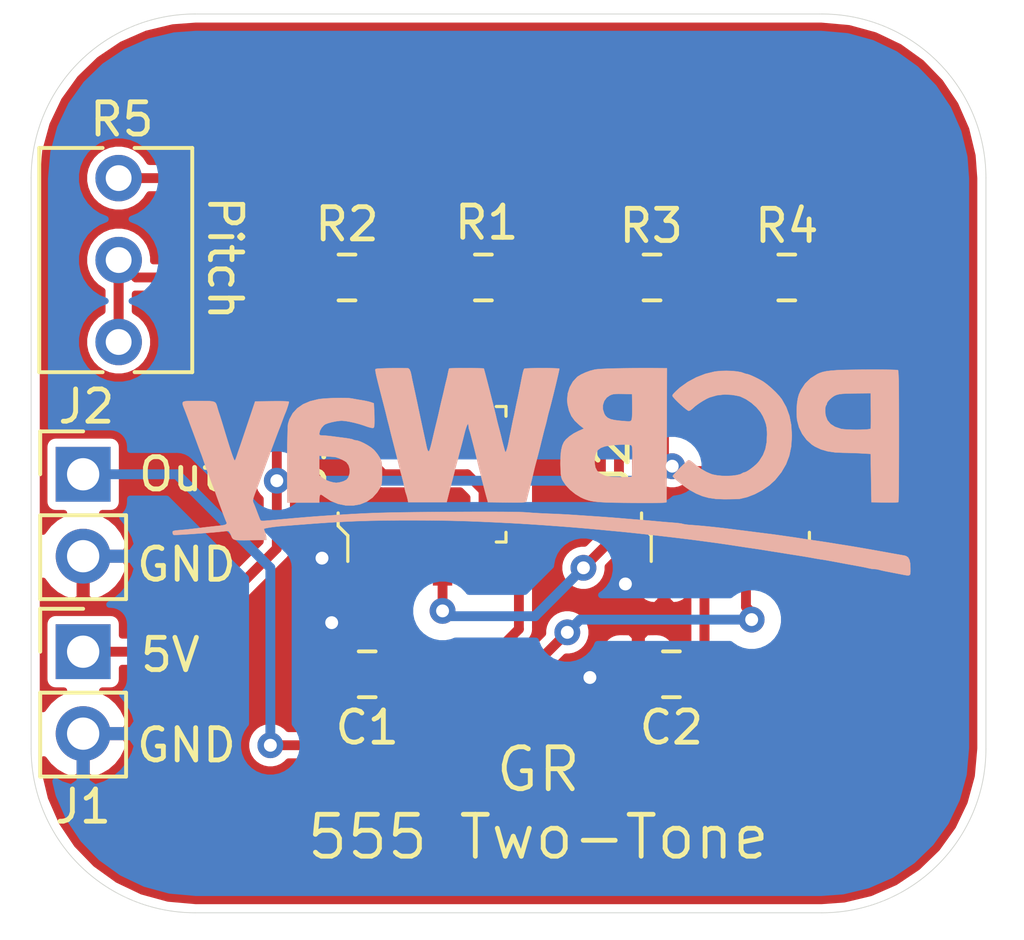
<source format=kicad_pcb>
(kicad_pcb (version 20171130) (host pcbnew "(5.1.2-1)-1")

  (general
    (thickness 1.6)
    (drawings 14)
    (tracks 98)
    (zones 0)
    (modules 12)
    (nets 11)
  )

  (page A4)
  (layers
    (0 F.Cu signal)
    (31 B.Cu signal)
    (32 B.Adhes user hide)
    (33 F.Adhes user hide)
    (34 B.Paste user hide)
    (35 F.Paste user)
    (36 B.SilkS user)
    (37 F.SilkS user)
    (38 B.Mask user hide)
    (39 F.Mask user hide)
    (40 Dwgs.User user hide)
    (41 Cmts.User user hide)
    (42 Eco1.User user hide)
    (43 Eco2.User user hide)
    (44 Edge.Cuts user)
    (45 Margin user hide)
    (46 B.CrtYd user hide)
    (47 F.CrtYd user hide)
    (48 B.Fab user hide)
    (49 F.Fab user hide)
  )

  (setup
    (last_trace_width 0.3048)
    (user_trace_width 0.2032)
    (user_trace_width 0.254)
    (user_trace_width 0.3048)
    (user_trace_width 0.4064)
    (user_trace_width 0.6096)
    (user_trace_width 1.016)
    (trace_clearance 0.2)
    (zone_clearance 0.381)
    (zone_45_only no)
    (trace_min 0.1524)
    (via_size 0.8)
    (via_drill 0.4)
    (via_min_size 0.658)
    (via_min_drill 0.3)
    (uvia_size 0.3)
    (uvia_drill 0.1)
    (uvias_allowed no)
    (uvia_min_size 0.2)
    (uvia_min_drill 0.1)
    (edge_width 0.15)
    (segment_width 0.2)
    (pcb_text_width 0.3)
    (pcb_text_size 1.5 1.5)
    (mod_edge_width 0.15)
    (mod_text_size 0.8 0.8)
    (mod_text_width 0.15)
    (pad_size 3.200001 3.200001)
    (pad_drill 3.200001)
    (pad_to_mask_clearance 0)
    (aux_axis_origin 0 0)
    (grid_origin 88.011 136.271)
    (visible_elements FFFFFF7F)
    (pcbplotparams
      (layerselection 0x010f8_ffffffff)
      (usegerberextensions false)
      (usegerberattributes false)
      (usegerberadvancedattributes false)
      (creategerberjobfile false)
      (excludeedgelayer true)
      (linewidth 0.152400)
      (plotframeref false)
      (viasonmask false)
      (mode 1)
      (useauxorigin false)
      (hpglpennumber 1)
      (hpglpenspeed 20)
      (hpglpendiameter 15.000000)
      (psnegative false)
      (psa4output false)
      (plotreference true)
      (plotvalue false)
      (plotinvisibletext false)
      (padsonsilk false)
      (subtractmaskfromsilk false)
      (outputformat 1)
      (mirror false)
      (drillshape 0)
      (scaleselection 1)
      (outputdirectory "Output/"))
  )

  (net 0 "")
  (net 1 GNDREF)
  (net 2 "Net-(C1-Pad1)")
  (net 3 "Net-(C2-Pad1)")
  (net 4 +5V)
  (net 5 "Net-(J2-Pad1)")
  (net 6 /Disch1)
  (net 7 /Disch2)
  (net 8 "Net-(R3-Pad2)")
  (net 9 "Net-(U1-Pad5)")
  (net 10 "Net-(U2-Pad5)")

  (net_class Default "This is the default net class."
    (clearance 0.2)
    (trace_width 0.25)
    (via_dia 0.8)
    (via_drill 0.4)
    (uvia_dia 0.3)
    (uvia_drill 0.1)
    (add_net +5V)
    (add_net /Disch1)
    (add_net /Disch2)
    (add_net GNDREF)
    (add_net "Net-(C1-Pad1)")
    (add_net "Net-(C2-Pad1)")
    (add_net "Net-(J2-Pad1)")
    (add_net "Net-(R3-Pad2)")
    (add_net "Net-(U1-Pad5)")
    (add_net "Net-(U2-Pad5)")
  )

  (net_class PWR ""
    (clearance 0.254)
    (trace_width 0.508)
    (via_dia 0.8)
    (via_drill 0.4)
    (uvia_dia 0.3)
    (uvia_drill 0.1)
  )

  (net_class Signals ""
    (clearance 0.254)
    (trace_width 0.4064)
    (via_dia 0.8)
    (via_drill 0.4)
    (uvia_dia 0.3)
    (uvia_drill 0.1)
  )

  (module "_Custom_Footprints:pcb way logo" locked (layer B.Cu) (tedit 0) (tstamp 601A8939)
    (at 118.811 83.371 180)
    (fp_text reference G*** (at 0 0) (layer B.SilkS) hide
      (effects (font (size 1.524 1.524) (thickness 0.3)) (justify mirror))
    )
    (fp_text value LOGO (at 0.75 0) (layer B.SilkS) hide
      (effects (font (size 1.524 1.524) (thickness 0.3)) (justify mirror))
    )
    (fp_poly (pts (xy -5.560911 3.803272) (xy -5.401501 3.788201) (xy -5.361481 3.782119) (xy -5.076571 3.712881)
      (xy -4.795154 3.603568) (xy -4.529552 3.460411) (xy -4.292089 3.289645) (xy -4.172403 3.180698)
      (xy -4.104182 3.111351) (xy -4.067054 3.067069) (xy -4.056004 3.037177) (xy -4.066021 3.011004)
      (xy -4.082614 2.98951) (xy -4.145914 2.918544) (xy -4.226202 2.837772) (xy -4.314442 2.755176)
      (xy -4.401595 2.678736) (xy -4.478625 2.616435) (xy -4.536493 2.576255) (xy -4.562821 2.5654)
      (xy -4.611019 2.583036) (xy -4.669978 2.627085) (xy -4.687898 2.644802) (xy -4.765385 2.713937)
      (xy -4.873187 2.793114) (xy -4.995161 2.871822) (xy -5.115163 2.939552) (xy -5.204077 2.980846)
      (xy -5.433434 3.047431) (xy -5.676004 3.074538) (xy -5.9055 3.060961) (xy -6.008013 3.043887)
      (xy -6.095873 3.026926) (xy -6.152947 3.013246) (xy -6.1595 3.01109) (xy -6.334764 2.928043)
      (xy -6.505094 2.813034) (xy -6.658737 2.676321) (xy -6.783938 2.528159) (xy -6.859486 2.4003)
      (xy -6.918748 2.264428) (xy -6.956631 2.151699) (xy -6.977719 2.041597) (xy -6.986598 1.913602)
      (xy -6.987951 1.825497) (xy -6.975849 1.585018) (xy -6.935027 1.377938) (xy -6.862071 1.193607)
      (xy -6.753568 1.021377) (xy -6.714078 0.971088) (xy -6.653022 0.907088) (xy -6.572446 0.836536)
      (xy -6.484014 0.768037) (xy -6.399391 0.710197) (xy -6.33024 0.671621) (xy -6.292974 0.6604)
      (xy -6.243816 0.646042) (xy -6.23443 0.639417) (xy -6.162525 0.601646) (xy -6.051915 0.573469)
      (xy -5.913856 0.555281) (xy -5.759604 0.547474) (xy -5.600413 0.550441) (xy -5.447539 0.564576)
      (xy -5.312237 0.59027) (xy -5.260917 0.605425) (xy -5.107137 0.671914) (xy -4.942548 0.767067)
      (xy -4.78661 0.878755) (xy -4.69571 0.957705) (xy -4.628347 1.011261) (xy -4.571856 1.036723)
      (xy -4.55601 1.037218) (xy -4.52428 1.017224) (xy -4.467719 0.968773) (xy -4.394591 0.900253)
      (xy -4.313161 0.820054) (xy -4.231693 0.736565) (xy -4.158452 0.658174) (xy -4.101702 0.59327)
      (xy -4.069709 0.550244) (xy -4.065589 0.539418) (xy -4.086112 0.510392) (xy -4.139138 0.459079)
      (xy -4.215794 0.392666) (xy -4.307208 0.31834) (xy -4.404508 0.243287) (xy -4.498819 0.174696)
      (xy -4.581271 0.119752) (xy -4.591249 0.113626) (xy -4.791482 0.003248) (xy -4.983731 -0.077389)
      (xy -5.181082 -0.131596) (xy -5.396619 -0.162684) (xy -5.64343 -0.173966) (xy -5.7277 -0.173965)
      (xy -5.862372 -0.172168) (xy -5.983352 -0.169393) (xy -6.07926 -0.165985) (xy -6.138712 -0.162287)
      (xy -6.1468 -0.161319) (xy -6.375963 -0.106574) (xy -6.613318 -0.013754) (xy -6.844756 0.109575)
      (xy -7.056167 0.255847) (xy -7.23344 0.417494) (xy -7.2406 0.425239) (xy -7.431262 0.662584)
      (xy -7.575989 0.91087) (xy -7.676975 1.175961) (xy -7.736416 1.463719) (xy -7.756507 1.78001)
      (xy -7.756496 1.8034) (xy -7.736786 2.124543) (xy -7.679727 2.414522) (xy -7.584026 2.67796)
      (xy -7.448391 2.919476) (xy -7.441557 2.929567) (xy -7.361341 3.030988) (xy -7.252021 3.147527)
      (xy -7.127068 3.266597) (xy -6.999958 3.37561) (xy -6.884164 3.461979) (xy -6.8453 3.486617)
      (xy -6.739634 3.545704) (xy -6.62761 3.602647) (xy -6.520935 3.652104) (xy -6.431316 3.688736)
      (xy -6.370457 3.7072) (xy -6.359195 3.7084) (xy -6.307149 3.719548) (xy -6.279806 3.731066)
      (xy -6.187409 3.762905) (xy -6.057033 3.786728) (xy -5.900965 3.801853) (xy -5.731495 3.807595)
      (xy -5.560911 3.803272)) (layer B.SilkS) (width 0.01))
    (fp_poly (pts (xy 2.532456 3.889832) (xy 2.657716 3.888599) (xy 2.760042 3.886628) (xy 2.830218 3.883908)
      (xy 2.859028 3.880425) (xy 2.859131 3.880335) (xy 2.870932 3.849669) (xy 2.886371 3.786168)
      (xy 2.894808 3.743361) (xy 2.914947 3.643707) (xy 2.937976 3.544555) (xy 2.944905 3.5179)
      (xy 2.967687 3.428532) (xy 2.992133 3.324997) (xy 3.000082 3.2893) (xy 3.021346 3.193811)
      (xy 3.042446 3.102438) (xy 3.0494 3.0734) (xy 3.069674 2.990274) (xy 3.093142 2.894069)
      (xy 3.098966 2.8702) (xy 3.119846 2.781561) (xy 3.144823 2.671285) (xy 3.162504 2.5908)
      (xy 3.186527 2.483626) (xy 3.217016 2.353188) (xy 3.247891 2.225449) (xy 3.251763 2.2098)
      (xy 3.279067 2.09902) (xy 3.304077 1.996127) (xy 3.322385 1.91929) (xy 3.325692 1.905)
      (xy 3.370361 1.711357) (xy 3.405943 1.562349) (xy 3.434031 1.452947) (xy 3.456219 1.378121)
      (xy 3.474099 1.332842) (xy 3.489267 1.312082) (xy 3.503315 1.31081) (xy 3.511903 1.317344)
      (xy 3.532784 1.356941) (xy 3.552951 1.423368) (xy 3.556475 1.439407) (xy 3.566748 1.489444)
      (xy 3.578581 1.54598) (xy 3.59377 1.617408) (xy 3.614111 1.712121) (xy 3.6414 1.838512)
      (xy 3.677433 2.004974) (xy 3.683288 2.032) (xy 3.72666 2.233467) (xy 3.769819 2.436234)
      (xy 3.808996 2.622505) (xy 3.836623 2.7559) (xy 3.852659 2.832388) (xy 3.876453 2.943748)
      (xy 3.904813 3.075248) (xy 3.934547 3.212156) (xy 3.962463 3.339738) (xy 3.985368 3.443262)
      (xy 3.990713 3.4671) (xy 4.010052 3.559329) (xy 4.026819 3.649305) (xy 4.028207 3.6576)
      (xy 4.055076 3.774527) (xy 4.089715 3.85244) (xy 4.129567 3.885945) (xy 4.136931 3.886841)
      (xy 4.345495 3.88905) (xy 4.54253 3.889209) (xy 4.721766 3.88747) (xy 4.876936 3.883988)
      (xy 5.001773 3.878914) (xy 5.090008 3.872402) (xy 5.135374 3.864605) (xy 5.139404 3.862356)
      (xy 5.145247 3.849252) (xy 5.146076 3.823156) (xy 5.140926 3.779807) (xy 5.128834 3.714939)
      (xy 5.108838 3.624291) (xy 5.079975 3.503597) (xy 5.04128 3.348596) (xy 4.991792 3.155022)
      (xy 4.930548 2.918613) (xy 4.898082 2.794) (xy 4.865476 2.667856) (xy 4.83542 2.549524)
      (xy 4.811568 2.453503) (xy 4.798909 2.4003) (xy 4.775787 2.303417) (xy 4.750453 2.204447)
      (xy 4.748478 2.1971) (xy 4.72461 2.105348) (xy 4.702627 2.015622) (xy 4.700529 2.0066)
      (xy 4.684254 1.939014) (xy 4.659926 1.841453) (xy 4.632337 1.733091) (xy 4.627545 1.7145)
      (xy 4.574801 1.509431) (xy 4.526752 1.320887) (xy 4.485181 1.155968) (xy 4.451871 1.021776)
      (xy 4.428604 0.925408) (xy 4.420272 0.889) (xy 4.40403 0.821688) (xy 4.378762 0.72453)
      (xy 4.349429 0.61652) (xy 4.343963 0.5969) (xy 4.313978 0.486584) (xy 4.286853 0.381281)
      (xy 4.267782 0.301257) (xy 4.265814 0.2921) (xy 4.247455 0.204485) (xy 4.230429 0.123255)
      (xy 4.228551 0.1143) (xy 4.209852 0.04085) (xy 4.19199 -0.0127) (xy 4.173206 -0.070618)
      (xy 4.153088 -0.148808) (xy 4.149453 -0.1651) (xy 4.1275 -0.2667) (xy 2.938047 -0.2667)
      (xy 2.893177 -0.0889) (xy 2.868086 0.009446) (xy 2.83473 0.138709) (xy 2.797818 0.280692)
      (xy 2.76824 0.3937) (xy 2.735111 0.520353) (xy 2.704769 0.637322) (xy 2.680656 0.731281)
      (xy 2.666575 0.7874) (xy 2.644522 0.873764) (xy 2.619149 0.967425) (xy 2.6162 0.9779)
      (xy 2.591168 1.069487) (xy 2.568004 1.159124) (xy 2.56572 1.1684) (xy 2.548617 1.235871)
      (xy 2.523171 1.333261) (xy 2.494379 1.441473) (xy 2.489262 1.4605) (xy 2.458044 1.578672)
      (xy 2.427239 1.699113) (xy 2.403136 1.797197) (xy 2.401672 1.8034) (xy 2.366409 1.941706)
      (xy 2.333436 2.049421) (xy 2.304562 2.122787) (xy 2.281593 2.158044) (xy 2.266338 2.151435)
      (xy 2.260605 2.0992) (xy 2.2606 2.096696) (xy 2.250875 2.020759) (xy 2.237845 1.976046)
      (xy 2.216552 1.912822) (xy 2.193209 1.831697) (xy 2.18914 1.8161) (xy 2.164181 1.718938)
      (xy 2.138513 1.619802) (xy 2.136715 1.6129) (xy 2.105263 1.490582) (xy 2.071717 1.357498)
      (xy 2.040364 1.230881) (xy 2.015491 1.127962) (xy 2.00715 1.0922) (xy 1.979587 0.975023)
      (xy 1.9433 0.825859) (xy 1.901119 0.655861) (xy 1.855878 0.476179) (xy 1.810407 0.297964)
      (xy 1.767539 0.132369) (xy 1.730106 -0.009457) (xy 1.700939 -0.116362) (xy 1.694299 -0.1397)
      (xy 1.657617 -0.2667) (xy 1.069491 -0.273519) (xy 0.872546 -0.275198) (xy 0.721329 -0.274957)
      (xy 0.610798 -0.27258) (xy 0.535909 -0.267853) (xy 0.491621 -0.260563) (xy 0.47289 -0.250495)
      (xy 0.471765 -0.248119) (xy 0.460509 -0.205967) (xy 0.442497 -0.134359) (xy 0.431364 -0.0889)
      (xy 0.408486 0.002528) (xy 0.386331 0.086547) (xy 0.378578 0.1143) (xy 0.363845 0.169982)
      (xy 0.341079 0.261377) (xy 0.313671 0.3747) (xy 0.291144 0.4699) (xy 0.259688 0.604058)
      (xy 0.236509 0.70208) (xy 0.218289 0.777292) (xy 0.201711 0.843018) (xy 0.183458 0.912583)
      (xy 0.160214 0.999311) (xy 0.148882 1.0414) (xy 0.117117 1.160106) (xy 0.0908 1.260746)
      (xy 0.064449 1.364659) (xy 0.032584 1.493186) (xy 0.026561 1.51765) (xy 0.001936 1.617732)
      (xy -0.023503 1.721121) (xy -0.026562 1.73355) (xy -0.062832 1.879468) (xy -0.091806 1.99217)
      (xy -0.117699 2.087917) (xy -0.126945 2.1209) (xy -0.151296 2.214274) (xy -0.175148 2.316539)
      (xy -0.179472 2.3368) (xy -0.202089 2.433961) (xy -0.230564 2.541967) (xy -0.240947 2.5781)
      (xy -0.261252 2.650877) (xy -0.288878 2.756031) (xy -0.321933 2.885733) (xy -0.35852 3.032157)
      (xy -0.396745 3.187475) (xy -0.434712 3.343858) (xy -0.470528 3.49348) (xy -0.502296 3.628511)
      (xy -0.528122 3.741125) (xy -0.546111 3.823494) (xy -0.554369 3.86779) (xy -0.554459 3.873179)
      (xy -0.523918 3.878961) (xy -0.45192 3.883555) (xy -0.347737 3.886966) (xy -0.220638 3.889198)
      (xy -0.079893 3.890258) (xy 0.065228 3.890149) (xy 0.205456 3.888878) (xy 0.33152 3.886448)
      (xy 0.434151 3.882866) (xy 0.504078 3.878137) (xy 0.53178 3.87258) (xy 0.547402 3.846288)
      (xy 0.564882 3.793606) (xy 0.585844 3.708127) (xy 0.611912 3.58344) (xy 0.634504 3.4671)
      (xy 0.654403 3.365556) (xy 0.680383 3.237027) (xy 0.708666 3.099806) (xy 0.735475 2.97219)
      (xy 0.757031 2.872473) (xy 0.760377 2.8575) (xy 0.77832 2.774039) (xy 0.799698 2.669324)
      (xy 0.812631 2.6035) (xy 0.832633 2.503627) (xy 0.852741 2.409423) (xy 0.8636 2.3622)
      (xy 0.880611 2.286843) (xy 0.901294 2.187928) (xy 0.914568 2.1209) (xy 0.934794 2.017764)
      (xy 0.955077 1.917249) (xy 0.965565 1.8669) (xy 0.982392 1.78543) (xy 1.003342 1.680704)
      (xy 1.018543 1.60292) (xy 1.040573 1.500504) (xy 1.065117 1.403678) (xy 1.081736 1.34892)
      (xy 1.101631 1.298561) (xy 1.116971 1.287401) (xy 1.133013 1.318881) (xy 1.155009 1.396442)
      (xy 1.155156 1.397) (xy 1.173674 1.466752) (xy 1.195299 1.547245) (xy 1.195882 1.5494)
      (xy 1.218315 1.636652) (xy 1.240966 1.730949) (xy 1.243013 1.7399) (xy 1.260969 1.814112)
      (xy 1.287227 1.916925) (xy 1.316569 2.027975) (xy 1.321081 2.0447) (xy 1.350151 2.155161)
      (xy 1.376501 2.260569) (xy 1.395068 2.340579) (xy 1.396944 2.3495) (xy 1.409668 2.405685)
      (xy 1.43209 2.498761) (xy 1.462353 2.621461) (xy 1.498601 2.766515) (xy 1.538978 2.926655)
      (xy 1.581626 3.094614) (xy 1.624689 3.263123) (xy 1.666311 3.424914) (xy 1.704635 3.572717)
      (xy 1.737804 3.699266) (xy 1.763962 3.797292) (xy 1.781252 3.859527) (xy 1.787604 3.878872)
      (xy 1.815362 3.882449) (xy 1.884695 3.885376) (xy 1.986389 3.887641) (xy 2.111228 3.889232)
      (xy 2.249996 3.890136) (xy 2.393477 3.89034) (xy 2.532456 3.889832)) (layer B.SilkS) (width 0.01))
    (fp_poly (pts (xy -10.126591 3.844228) (xy -9.929313 3.843139) (xy -9.735945 3.841192) (xy -9.553325 3.838394)
      (xy -9.38829 3.834755) (xy -9.247678 3.830284) (xy -9.138327 3.824989) (xy -9.1313 3.824541)
      (xy -8.956587 3.810675) (xy -8.820741 3.793302) (xy -8.711841 3.770008) (xy -8.617965 3.738376)
      (xy -8.5471 3.706161) (xy -8.339348 3.575875) (xy -8.169537 3.411834) (xy -8.037919 3.214314)
      (xy -7.972923 3.067989) (xy -7.940297 2.945556) (xy -7.917438 2.789796) (xy -7.905442 2.617438)
      (xy -7.905406 2.44521) (xy -7.918428 2.289839) (xy -7.920839 2.273633) (xy -7.978841 2.053731)
      (xy -8.078306 1.848794) (xy -8.213134 1.667826) (xy -8.377223 1.519831) (xy -8.473314 1.458208)
      (xy -8.658103 1.371987) (xy -8.859803 1.312819) (xy -9.08855 1.278442) (xy -9.331367 1.266769)
      (xy -9.489371 1.263875) (xy -9.664856 1.258708) (xy -9.831707 1.252114) (xy -9.9187 1.247719)
      (xy -10.1981 1.2319) (xy -10.2235 -0.2667) (xy -10.631411 -0.273655) (xy -10.77054 -0.27497)
      (xy -10.891505 -0.274108) (xy -10.985333 -0.271294) (xy -11.04305 -0.266751) (xy -11.056861 -0.263072)
      (xy -11.059598 -0.235523) (xy -11.062204 -0.161025) (xy -11.064646 -0.04343) (xy -11.066891 0.113411)
      (xy -11.068906 0.305646) (xy -11.070657 0.529424) (xy -11.072113 0.780894) (xy -11.073239 1.056204)
      (xy -11.074003 1.351503) (xy -11.074371 1.662939) (xy -11.0744 1.780735) (xy -11.074244 2.164842)
      (xy -11.074084 2.273478) (xy -10.206686 2.273478) (xy -10.205711 2.153396) (xy -10.203623 2.065736)
      (xy -10.200501 2.018535) (xy -10.19943 2.013607) (xy -10.170509 2.001425) (xy -10.100654 1.991956)
      (xy -9.999658 1.985252) (xy -9.87732 1.981367) (xy -9.743433 1.980352) (xy -9.607793 1.98226)
      (xy -9.480196 1.987143) (xy -9.370437 1.995054) (xy -9.288312 2.006046) (xy -9.275898 2.008657)
      (xy -9.094353 2.069302) (xy -8.955111 2.157988) (xy -8.857953 2.274965) (xy -8.802659 2.420484)
      (xy -8.7884 2.56289) (xy -8.792343 2.646367) (xy -8.802568 2.7078) (xy -8.8138 2.7305)
      (xy -8.835581 2.766536) (xy -8.8392 2.792544) (xy -8.857061 2.834911) (xy -8.902809 2.893041)
      (xy -8.940235 2.930168) (xy -9.005333 2.985814) (xy -9.066813 3.028095) (xy -9.133035 3.058917)
      (xy -9.21236 3.080186) (xy -9.313151 3.093808) (xy -9.443767 3.101691) (xy -9.612571 3.105741)
      (xy -9.7155 3.106939) (xy -10.1981 3.1115) (xy -10.204983 2.578757) (xy -10.20647 2.417944)
      (xy -10.206686 2.273478) (xy -11.074084 2.273478) (xy -11.073747 2.500914) (xy -11.072867 2.791711)
      (xy -11.071559 3.039997) (xy -11.069782 3.248535) (xy -11.067493 3.420088) (xy -11.064649 3.557417)
      (xy -11.061207 3.663286) (xy -11.057123 3.740457) (xy -11.052356 3.791693) (xy -11.046863 3.819757)
      (xy -11.04265 3.827039) (xy -11.009458 3.832215) (xy -10.932311 3.83647) (xy -10.818049 3.839811)
      (xy -10.673508 3.842249) (xy -10.505526 3.843791) (xy -10.320941 3.844448) (xy -10.126591 3.844228)) (layer B.SilkS) (width 0.01))
    (fp_poly (pts (xy -2.826161 3.888604) (xy -2.547899 3.885702) (xy -2.298297 3.881231) (xy -2.081536 3.875271)
      (xy -1.901796 3.867901) (xy -1.76326 3.859201) (xy -1.670106 3.849252) (xy -1.652043 3.846118)
      (xy -1.511814 3.809359) (xy -1.36666 3.756716) (xy -1.233173 3.695249) (xy -1.127946 3.632021)
      (xy -1.102665 3.612326) (xy -0.971639 3.468909) (xy -0.874304 3.295237) (xy -0.814414 3.102098)
      (xy -0.795727 2.90028) (xy -0.808041 2.766075) (xy -0.85569 2.566701) (xy -0.928239 2.401811)
      (xy -1.03359 2.258017) (xy -1.179645 2.121929) (xy -1.19592 2.108919) (xy -1.314522 2.015169)
      (xy -1.149826 1.94342) (xy -0.999404 1.865906) (xy -0.86345 1.773398) (xy -0.754307 1.675281)
      (xy -0.692679 1.595897) (xy -0.643674 1.485989) (xy -0.610219 1.343592) (xy -0.591599 1.163695)
      (xy -0.587101 0.94129) (xy -0.588446 0.8636) (xy -0.592987 0.719002) (xy -0.59942 0.614043)
      (xy -0.609397 0.537564) (xy -0.624572 0.478406) (xy -0.646597 0.425408) (xy -0.656151 0.4064)
      (xy -0.753876 0.260044) (xy -0.889112 0.116632) (xy -1.049198 -0.012941) (xy -1.221469 -0.117778)
      (xy -1.31437 -0.159979) (xy -1.391698 -0.188515) (xy -1.470346 -0.212198) (xy -1.55594 -0.231518)
      (xy -1.654109 -0.246962) (xy -1.770477 -0.259017) (xy -1.910673 -0.268171) (xy -2.080323 -0.274912)
      (xy -2.285053 -0.279728) (xy -2.530491 -0.283105) (xy -2.757815 -0.285084) (xy -2.977534 -0.286331)
      (xy -3.18365 -0.286837) (xy -3.370072 -0.286637) (xy -3.530713 -0.285766) (xy -3.659482 -0.284259)
      (xy -3.750292 -0.28215) (xy -3.797052 -0.279474) (xy -3.799215 -0.279151) (xy -3.8735 -0.266203)
      (xy -3.878041 1.184547) (xy -2.818582 1.184547) (xy -2.817073 1.021154) (xy -2.816858 1.00502)
      (xy -2.814295 0.856885) (xy -2.810974 0.726325) (xy -2.807198 0.621829) (xy -2.803269 0.551884)
      (xy -2.7998 0.525388) (xy -2.771866 0.518289) (xy -2.702553 0.512947) (xy -2.601262 0.509762)
      (xy -2.477397 0.509135) (xy -2.429524 0.509607) (xy -2.265057 0.513623) (xy -2.14102 0.521235)
      (xy -2.047109 0.533535) (xy -1.973015 0.551613) (xy -1.9466 0.560712) (xy -1.812717 0.625543)
      (xy -1.721436 0.707944) (xy -1.66763 0.815751) (xy -1.646173 0.956802) (xy -1.64544 1.021055)
      (xy -1.656934 1.158) (xy -1.689294 1.267668) (xy -1.747132 1.353053) (xy -1.835059 1.417148)
      (xy -1.957686 1.462946) (xy -2.119625 1.493441) (xy -2.325487 1.511627) (xy -2.407225 1.515575)
      (xy -2.557358 1.520242) (xy -2.663947 1.519852) (xy -2.734033 1.51405) (xy -2.774655 1.502482)
      (xy -2.783707 1.496603) (xy -2.797929 1.477928) (xy -2.808051 1.444461) (xy -2.814549 1.389125)
      (xy -2.8179 1.304845) (xy -2.818582 1.184547) (xy -3.878041 1.184547) (xy -3.879999 1.809999)
      (xy -3.88244 2.590112) (xy -2.813181 2.590112) (xy -2.810644 2.467993) (xy -2.805187 2.370719)
      (xy -2.797283 2.309616) (xy -2.79461 2.300304) (xy -2.783084 2.271876) (xy -2.768266 2.252865)
      (xy -2.741647 2.242352) (xy -2.694719 2.239416) (xy -2.618975 2.243138) (xy -2.505906 2.252598)
      (xy -2.422709 2.260096) (xy -2.259121 2.280214) (xy -2.137508 2.309326) (xy -2.049305 2.351297)
      (xy -1.985948 2.409991) (xy -1.945487 2.475399) (xy -1.902792 2.61068) (xy -1.902858 2.746357)
      (xy -1.942613 2.871848) (xy -2.018982 2.976572) (xy -2.109711 3.041016) (xy -2.165453 3.066011)
      (xy -2.221264 3.081986) (xy -2.289857 3.090538) (xy -2.383946 3.093267) (xy -2.513896 3.091816)
      (xy -2.805291 3.0861) (xy -2.812327 2.725754) (xy -2.813181 2.590112) (xy -3.88244 2.590112)
      (xy -3.886497 3.8862) (xy -3.791099 3.887089) (xy -3.451942 3.889377) (xy -3.128903 3.889855)
      (xy -2.826161 3.888604)) (layer B.SilkS) (width 0.01))
    (fp_poly (pts (xy 6.374051 2.963366) (xy 6.534973 2.958054) (xy 6.687105 2.949813) (xy 6.818563 2.938907)
      (xy 6.9088 2.927132) (xy 7.166464 2.864128) (xy 7.386143 2.769718) (xy 7.56685 2.644696)
      (xy 7.707601 2.489858) (xy 7.807409 2.305998) (xy 7.85082 2.167245) (xy 7.856694 2.116434)
      (xy 7.861997 2.019777) (xy 7.866681 1.882223) (xy 7.870695 1.708723) (xy 7.873989 1.504228)
      (xy 7.876515 1.273689) (xy 7.878221 1.022055) (xy 7.879059 0.754277) (xy 7.878978 0.475307)
      (xy 7.877928 0.190094) (xy 7.87586 -0.096411) (xy 7.874744 -0.20955) (xy 7.874 -0.2794)
      (xy 6.8834 -0.2794) (xy 6.881614 -0.18415) (xy 6.875988 -0.087279) (xy 6.859568 -0.037279)
      (xy 6.826213 -0.030437) (xy 6.769778 -0.063037) (xy 6.730917 -0.093022) (xy 6.528512 -0.224926)
      (xy 6.305413 -0.316199) (xy 6.070831 -0.364866) (xy 5.833973 -0.368954) (xy 5.620289 -0.331176)
      (xy 5.41391 -0.248277) (xy 5.235986 -0.123391) (xy 5.087186 0.042941) (xy 5.014508 0.158159)
      (xy 4.984619 0.214355) (xy 4.964065 0.263604) (xy 4.951101 0.317165) (xy 4.943982 0.386294)
      (xy 4.940965 0.482249) (xy 4.940303 0.616287) (xy 4.9403 0.637007) (xy 4.940719 0.754567)
      (xy 5.939747 0.754567) (xy 5.945868 0.621594) (xy 5.949934 0.60325) (xy 5.985283 0.499964)
      (xy 6.038919 0.43254) (xy 6.124436 0.386614) (xy 6.169343 0.371435) (xy 6.275488 0.343441)
      (xy 6.362466 0.335245) (xy 6.453554 0.346858) (xy 6.54929 0.371648) (xy 6.64924 0.40918)
      (xy 6.745627 0.459168) (xy 6.78815 0.488082) (xy 6.8834 0.563069) (xy 6.8834 1.175704)
      (xy 6.67385 1.156668) (xy 6.571854 1.147871) (xy 6.486772 1.141384) (xy 6.433388 1.138311)
      (xy 6.4262 1.138211) (xy 6.363068 1.126765) (xy 6.274708 1.096245) (xy 6.179029 1.054403)
      (xy 6.093942 1.008994) (xy 6.041338 0.971591) (xy 5.972709 0.875821) (xy 5.939747 0.754567)
      (xy 4.940719 0.754567) (xy 4.940799 0.776953) (xy 4.943465 0.877469) (xy 4.950044 0.949922)
      (xy 4.962286 1.00568) (xy 4.98194 1.056111) (xy 5.010753 1.112582) (xy 5.014534 1.119607)
      (xy 5.077448 1.217687) (xy 5.1574 1.318344) (xy 5.205034 1.368558) (xy 5.285856 1.433962)
      (xy 5.389578 1.501342) (xy 5.502645 1.563625) (xy 5.6115 1.613736) (xy 5.702589 1.644604)
      (xy 5.746355 1.651) (xy 5.803451 1.659476) (xy 5.83057 1.67261) (xy 5.865458 1.685566)
      (xy 5.937495 1.701337) (xy 6.033337 1.717163) (xy 6.0706 1.722278) (xy 6.205962 1.739909)
      (xy 6.35533 1.759424) (xy 6.486908 1.776669) (xy 6.4897 1.777036) (xy 6.600417 1.789978)
      (xy 6.704469 1.799414) (xy 6.781362 1.803521) (xy 6.78815 1.803568) (xy 6.851035 1.807548)
      (xy 6.877931 1.826093) (xy 6.8834 1.865449) (xy 6.863629 1.950347) (xy 6.812914 2.041152)
      (xy 6.744146 2.118098) (xy 6.697419 2.150531) (xy 6.612845 2.183516) (xy 6.497012 2.21509)
      (xy 6.369385 2.241073) (xy 6.249429 2.257284) (xy 6.184899 2.2606) (xy 6.081305 2.252234)
      (xy 5.945471 2.229454) (xy 5.792701 2.195742) (xy 5.6383 2.154581) (xy 5.497572 2.109451)
      (xy 5.461 2.095925) (xy 5.373424 2.066142) (xy 5.290712 2.044044) (xy 5.267809 2.039656)
      (xy 5.216272 2.035367) (xy 5.191528 2.052825) (xy 5.179982 2.104872) (xy 5.177551 2.124899)
      (xy 5.174134 2.190438) (xy 5.173761 2.291548) (xy 5.176326 2.413097) (xy 5.180242 2.511177)
      (xy 5.1943 2.799853) (xy 5.2832 2.832329) (xy 5.353341 2.852546) (xy 5.452663 2.874639)
      (xy 5.559974 2.893905) (xy 5.5626 2.894313) (xy 5.677861 2.913091) (xy 5.793439 2.93341)
      (xy 5.8801 2.950033) (xy 5.957361 2.959082) (xy 6.073362 2.964145) (xy 6.216219 2.965484)
      (xy 6.374051 2.963366)) (layer B.SilkS) (width 0.01))
    (fp_poly (pts (xy 10.941751 2.86953) (xy 11.034044 2.863302) (xy 11.090937 2.848355) (xy 11.117548 2.821094)
      (xy 11.118996 2.777928) (xy 11.1004 2.715261) (xy 11.06688 2.629502) (xy 11.046612 2.5781)
      (xy 11.003013 2.464628) (xy 10.960072 2.350996) (xy 10.926076 2.259161) (xy 10.922 2.2479)
      (xy 10.890423 2.161388) (xy 10.849025 2.049481) (xy 10.805991 1.934288) (xy 10.799753 1.9177)
      (xy 10.752167 1.790368) (xy 10.700245 1.650019) (xy 10.655045 1.526542) (xy 10.654122 1.524)
      (xy 10.616622 1.421965) (xy 10.581593 1.328856) (xy 10.555917 1.262934) (xy 10.553619 1.2573)
      (xy 10.530664 1.197148) (xy 10.498007 1.106187) (xy 10.461877 1.001846) (xy 10.453769 0.9779)
      (xy 10.416205 0.867189) (xy 10.388152 0.787235) (xy 10.363191 0.720559) (xy 10.3349 0.649682)
      (xy 10.318485 0.6096) (xy 10.294763 0.548093) (xy 10.263994 0.46356) (xy 10.248367 0.4191)
      (xy 10.216029 0.328884) (xy 10.184411 0.245514) (xy 10.172459 0.2159) (xy 10.13949 0.133185)
      (xy 10.113576 0.0635) (xy 10.060957 -0.083985) (xy 10.005294 -0.238058) (xy 9.949596 -0.3906)
      (xy 9.896869 -0.533493) (xy 9.850123 -0.658618) (xy 9.812364 -0.757855) (xy 9.786601 -0.823087)
      (xy 9.777295 -0.844205) (xy 9.754822 -0.894763) (xy 9.754404 -0.931413) (xy 9.782027 -0.957549)
      (xy 9.843676 -0.976565) (xy 9.945338 -0.991853) (xy 10.0584 -1.003577) (xy 10.154068 -1.013432)
      (xy 10.28116 -1.027601) (xy 10.420715 -1.043932) (xy 10.5156 -1.055489) (xy 10.689517 -1.076871)
      (xy 10.82766 -1.093239) (xy 10.944623 -1.106176) (xy 11.055002 -1.117266) (xy 11.173393 -1.12809)
      (xy 11.233149 -1.133294) (xy 11.332288 -1.142985) (xy 11.391112 -1.153508) (xy 11.420014 -1.168775)
      (xy 11.429385 -1.1927) (xy 11.429999 -1.207411) (xy 11.415964 -1.258174) (xy 11.394359 -1.278241)
      (xy 11.36101 -1.279792) (xy 11.2848 -1.277645) (xy 11.173489 -1.272337) (xy 11.03484 -1.264408)
      (xy 10.876613 -1.254396) (xy 10.706569 -1.24284) (xy 10.532471 -1.230279) (xy 10.36208 -1.217251)
      (xy 10.203156 -1.204296) (xy 10.063462 -1.191951) (xy 9.950758 -1.180756) (xy 9.8933 -1.174049)
      (xy 9.80487 -1.164727) (xy 9.733206 -1.160864) (xy 9.701121 -1.162365) (xy 9.670543 -1.189154)
      (xy 9.635625 -1.249055) (xy 9.616279 -1.295641) (xy 9.597266 -1.345398) (xy 9.576233 -1.383223)
      (xy 9.546533 -1.410619) (xy 9.501522 -1.429087) (xy 9.434553 -1.440129) (xy 9.338983 -1.445248)
      (xy 9.208164 -1.445945) (xy 9.035453 -1.443723) (xy 8.9662 -1.442572) (xy 8.5217 -1.4351)
      (xy 8.526639 -1.345472) (xy 8.541657 -1.259388) (xy 8.569789 -1.182194) (xy 8.59313 -1.126869)
      (xy 8.597948 -1.092496) (xy 8.597406 -1.091402) (xy 8.566632 -1.078136) (xy 8.494993 -1.062243)
      (xy 8.392259 -1.045187) (xy 8.268202 -1.028429) (xy 8.132591 -1.013435) (xy 8.001 -1.002085)
      (xy 7.880738 -0.993106) (xy 7.732557 -0.981733) (xy 7.579169 -0.969721) (xy 7.493 -0.96285)
      (xy 7.010429 -0.925824) (xy 6.563164 -0.89557) (xy 6.138348 -0.871582) (xy 5.723121 -0.853352)
      (xy 5.304626 -0.840373) (xy 4.870005 -0.832137) (xy 4.406399 -0.828138) (xy 4.064 -0.827582)
      (xy 3.70564 -0.828459) (xy 3.376837 -0.830693) (xy 3.068014 -0.834549) (xy 2.769592 -0.840297)
      (xy 2.471992 -0.848203) (xy 2.165636 -0.858535) (xy 1.840947 -0.871562) (xy 1.488346 -0.88755)
      (xy 1.098255 -0.906768) (xy 0.9398 -0.91489) (xy 0.623408 -0.932526) (xy 0.274421 -0.954221)
      (xy -0.095155 -0.979089) (xy -0.473314 -1.006244) (xy -0.84805 -1.034797) (xy -1.207356 -1.063862)
      (xy -1.539228 -1.092553) (xy -1.8161 -1.118453) (xy -1.964562 -1.132806) (xy -2.127038 -1.148199)
      (xy -2.277416 -1.16217) (xy -2.3368 -1.167572) (xy -2.514025 -1.184428) (xy -2.732042 -1.206598)
      (xy -2.981247 -1.232996) (xy -3.252037 -1.262535) (xy -3.534808 -1.294128) (xy -3.819957 -1.326689)
      (xy -4.097881 -1.35913) (xy -4.358976 -1.390366) (xy -4.593638 -1.419309) (xy -4.792265 -1.444872)
      (xy -4.81965 -1.448522) (xy -4.948405 -1.465751) (xy -5.091174 -1.484818) (xy -5.18795 -1.49772)
      (xy -5.472592 -1.536675) (xy -5.742159 -1.575588) (xy -5.8928 -1.598426) (xy -6.103288 -1.630921)
      (xy -6.273467 -1.656851) (xy -6.413186 -1.677699) (xy -6.532297 -1.694942) (xy -6.5786 -1.701473)
      (xy -6.700755 -1.719395) (xy -6.834931 -1.740296) (xy -6.9088 -1.752401) (xy -7.02736 -1.771951)
      (xy -7.154652 -1.792293) (xy -7.2263 -1.8034) (xy -7.344215 -1.821722) (xy -7.472588 -1.842243)
      (xy -7.5311 -1.851822) (xy -7.625804 -1.867225) (xy -7.749763 -1.886994) (xy -7.882022 -1.907799)
      (xy -7.9375 -1.91643) (xy -8.076352 -1.938647) (xy -8.225299 -1.963595) (xy -8.358626 -1.986937)
      (xy -8.396499 -1.99386) (xy -8.503232 -2.013103) (xy -8.599587 -2.029466) (xy -8.667548 -2.03991)
      (xy -8.675899 -2.040991) (xy -8.713272 -2.046171) (xy -8.766917 -2.054833) (xy -8.843103 -2.068099)
      (xy -8.948101 -2.087093) (xy -9.088178 -2.112939) (xy -9.269605 -2.146759) (xy -9.3472 -2.161281)
      (xy -9.460378 -2.182322) (xy -9.582291 -2.20476) (xy -9.6266 -2.212846) (xy -9.78495 -2.241744)
      (xy -9.902302 -2.263488) (xy -9.987668 -2.279849) (xy -10.050061 -2.292596) (xy -10.098493 -2.3035)
      (xy -10.137547 -2.313188) (xy -10.222708 -2.329583) (xy -10.302451 -2.336785) (xy -10.305207 -2.3368)
      (xy -10.389259 -2.344859) (xy -10.45466 -2.359459) (xy -10.522408 -2.377393) (xy -10.614094 -2.398167)
      (xy -10.668 -2.409133) (xy -10.754195 -2.425812) (xy -10.871623 -2.448549) (xy -11.001646 -2.473736)
      (xy -11.075636 -2.488073) (xy -11.215799 -2.515642) (xy -11.31334 -2.532315) (xy -11.375922 -2.534407)
      (xy -11.411207 -2.518235) (xy -11.426859 -2.480114) (xy -11.430538 -2.41636) (xy -11.429913 -2.32329)
      (xy -11.429906 -2.31775) (xy -11.422505 -2.162627) (xy -11.398697 -2.050643) (xy -11.35584 -1.976033)
      (xy -11.291294 -1.933037) (xy -11.248185 -1.921243) (xy -11.173025 -1.907653) (xy -11.076152 -1.890428)
      (xy -11.0236 -1.881187) (xy -10.912621 -1.861549) (xy -10.790409 -1.839613) (xy -10.73785 -1.830069)
      (xy -10.519036 -1.79046) (xy -10.293835 -1.750321) (xy -10.07161 -1.711273) (xy -9.861723 -1.674935)
      (xy -9.673534 -1.642929) (xy -9.516406 -1.616876) (xy -9.399701 -1.598394) (xy -9.398 -1.598137)
      (xy -9.279182 -1.579733) (xy -9.151668 -1.559339) (xy -9.0805 -1.547618) (xy -8.848233 -1.510123)
      (xy -8.590469 -1.470995) (xy -8.4328 -1.448164) (xy -8.310512 -1.430283) (xy -8.176216 -1.409896)
      (xy -8.1026 -1.398354) (xy -7.984204 -1.379923) (xy -7.850051 -1.359726) (xy -7.7597 -1.346534)
      (xy -7.63307 -1.328344) (xy -7.493061 -1.308145) (xy -7.4041 -1.295261) (xy -7.2849 -1.27858)
      (xy -7.146108 -1.260064) (xy -7.0231 -1.244389) (xy -6.891528 -1.227993) (xy -6.7471 -1.209736)
      (xy -6.6294 -1.194644) (xy -6.504381 -1.178577) (xy -6.360295 -1.160258) (xy -6.22935 -1.143779)
      (xy -6.092834 -1.126668) (xy -5.94003 -1.107434) (xy -5.81025 -1.091028) (xy -5.611587 -1.066931)
      (xy -5.399058 -1.043047) (xy -5.18541 -1.020659) (xy -4.983395 -1.001055) (xy -4.805763 -0.985521)
      (xy -4.665262 -0.975343) (xy -4.6609 -0.975084) (xy -4.552447 -0.966681) (xy -4.458922 -0.955795)
      (xy -4.395258 -0.944304) (xy -4.3815 -0.939959) (xy -4.333971 -0.928502) (xy -4.250626 -0.916483)
      (xy -4.146384 -0.905899) (xy -4.1021 -0.90251) (xy -3.967084 -0.892391) (xy -3.809864 -0.879425)
      (xy -3.658769 -0.865973) (xy -3.6195 -0.862256) (xy -3.485673 -0.849858) (xy -3.324313 -0.835644)
      (xy -3.158541 -0.821621) (xy -3.048 -0.812655) (xy -2.887342 -0.799751) (xy -2.708169 -0.785069)
      (xy -2.53639 -0.770746) (xy -2.4384 -0.762418) (xy -2.303186 -0.751343) (xy -2.136186 -0.73848)
      (xy -1.956314 -0.725246) (xy -1.782484 -0.713054) (xy -1.7399 -0.710182) (xy -1.564178 -0.698399)
      (xy -1.371013 -0.685368) (xy -1.181737 -0.672531) (xy -1.017682 -0.661333) (xy -0.9906 -0.659474)
      (xy -0.831218 -0.649552) (xy -0.643355 -0.639458) (xy -0.449316 -0.63031) (xy -0.271404 -0.623222)
      (xy -0.254 -0.622624) (xy -0.082693 -0.615607) (xy 0.103789 -0.605934) (xy 0.284472 -0.594807)
      (xy 0.438378 -0.583429) (xy 0.4572 -0.581832) (xy 0.558902 -0.575794) (xy 0.711224 -0.570909)
      (xy 0.913997 -0.567179) (xy 1.167054 -0.564605) (xy 1.470227 -0.563187) (xy 1.823348 -0.562927)
      (xy 2.226249 -0.563826) (xy 2.678763 -0.565884) (xy 2.8194 -0.566699) (xy 3.244497 -0.569491)
      (xy 3.624182 -0.572519) (xy 3.963842 -0.575927) (xy 4.268864 -0.579858) (xy 4.544637 -0.584457)
      (xy 4.796546 -0.589867) (xy 5.029981 -0.596232) (xy 5.250328 -0.603696) (xy 5.462974 -0.612402)
      (xy 5.673308 -0.622495) (xy 5.886716 -0.634118) (xy 6.108586 -0.647415) (xy 6.2992 -0.659576)
      (xy 6.544222 -0.675725) (xy 6.760931 -0.690472) (xy 6.959533 -0.704625) (xy 7.150233 -0.718991)
      (xy 7.343241 -0.734378) (xy 7.548761 -0.751594) (xy 7.777001 -0.771447) (xy 8.038167 -0.794743)
      (xy 8.255 -0.814346) (xy 8.412969 -0.828557) (xy 8.527733 -0.838136) (xy 8.606675 -0.843058)
      (xy 8.65718 -0.843297) (xy 8.686633 -0.83883) (xy 8.702418 -0.829631) (xy 8.711919 -0.815675)
      (xy 8.713456 -0.8128) (xy 8.731032 -0.772796) (xy 8.760765 -0.698334) (xy 8.797412 -0.602683)
      (xy 8.813821 -0.5588) (xy 8.852285 -0.457189) (xy 8.886587 -0.370198) (xy 8.911262 -0.311548)
      (xy 8.917372 -0.298794) (xy 8.933576 -0.262712) (xy 8.940378 -0.225145) (xy 8.935878 -0.177617)
      (xy 8.918179 -0.111648) (xy 8.885381 -0.018762) (xy 8.835587 0.109521) (xy 8.813494 0.1651)
      (xy 8.78775 0.231507) (xy 8.748976 0.333767) (xy 8.701601 0.460031) (xy 8.650052 0.598447)
      (xy 8.598756 0.737162) (xy 8.552143 0.864327) (xy 8.547783 0.8763) (xy 8.512579 0.972337)
      (xy 8.46743 1.094461) (xy 8.415499 1.234222) (xy 8.359952 1.38317) (xy 8.303953 1.532857)
      (xy 8.250667 1.674831) (xy 8.203258 1.800644) (xy 8.164892 1.901845) (xy 8.138732 1.969985)
      (xy 8.129203 1.9939) (xy 8.10913 2.044316) (xy 8.079028 2.123562) (xy 8.0518 2.1971)
      (xy 8.010221 2.310243) (xy 7.980629 2.389119) (xy 7.957808 2.447263) (xy 7.936543 2.49821)
      (xy 7.929477 2.5146) (xy 7.902851 2.582545) (xy 7.873575 2.666703) (xy 7.847018 2.750326)
      (xy 7.828547 2.816664) (xy 7.8232 2.846203) (xy 7.848086 2.854948) (xy 7.92081 2.861165)
      (xy 8.038467 2.864755) (xy 8.19815 2.865617) (xy 8.347393 2.864366) (xy 8.871586 2.8575)
      (xy 9.118463 2.1209) (xy 9.180564 1.935835) (xy 9.237928 1.76532) (xy 9.288441 1.615596)
      (xy 9.329995 1.492905) (xy 9.360477 1.403488) (xy 9.377777 1.353585) (xy 9.380488 1.3462)
      (xy 9.396405 1.301406) (xy 9.420854 1.227703) (xy 9.437968 1.174365) (xy 9.464605 1.098384)
      (xy 9.488255 1.044701) (xy 9.499426 1.028808) (xy 9.51083 1.033261) (xy 9.527373 1.060235)
      (xy 9.550191 1.113073) (xy 9.580419 1.195115) (xy 9.619192 1.309702) (xy 9.667646 1.460177)
      (xy 9.726917 1.64988) (xy 9.798139 1.882153) (xy 9.87054 2.1209) (xy 9.907529 2.242238)
      (xy 9.940803 2.349402) (xy 9.966793 2.431025) (xy 9.981929 2.475741) (xy 9.982219 2.4765)
      (xy 10.001098 2.531929) (xy 10.025215 2.610725) (xy 10.034115 2.6416) (xy 10.055404 2.717587)
      (xy 10.075167 2.774588) (xy 10.100501 2.815326) (xy 10.138501 2.84252) (xy 10.196264 2.858889)
      (xy 10.280884 2.867154) (xy 10.399458 2.870035) (xy 10.559082 2.870251) (xy 10.630485 2.8702)
      (xy 10.808938 2.870632) (xy 10.941751 2.86953)) (layer B.SilkS) (width 0.01))
  )

  (module Capacitor_SMD:C_0805_2012Metric_Pad1.15x1.40mm_HandSolder (layer F.Cu) (tedit 5B36C52B) (tstamp 629EA5FD)
    (at 113.411 88.971 180)
    (descr "Capacitor SMD 0805 (2012 Metric), square (rectangular) end terminal, IPC_7351 nominal with elongated pad for handsoldering. (Body size source: https://docs.google.com/spreadsheets/d/1BsfQQcO9C6DZCsRaXUlFlo91Tg2WpOkGARC1WS5S8t0/edit?usp=sharing), generated with kicad-footprint-generator")
    (tags "capacitor handsolder")
    (path /629EDA4A)
    (attr smd)
    (fp_text reference C1 (at 0 -1.65) (layer F.SilkS)
      (effects (font (size 1 1) (thickness 0.15)))
    )
    (fp_text value 100nF (at 0 1.65) (layer F.Fab)
      (effects (font (size 1 1) (thickness 0.15)))
    )
    (fp_line (start -1 0.6) (end -1 -0.6) (layer F.Fab) (width 0.1))
    (fp_line (start -1 -0.6) (end 1 -0.6) (layer F.Fab) (width 0.1))
    (fp_line (start 1 -0.6) (end 1 0.6) (layer F.Fab) (width 0.1))
    (fp_line (start 1 0.6) (end -1 0.6) (layer F.Fab) (width 0.1))
    (fp_line (start -0.261252 -0.71) (end 0.261252 -0.71) (layer F.SilkS) (width 0.12))
    (fp_line (start -0.261252 0.71) (end 0.261252 0.71) (layer F.SilkS) (width 0.12))
    (fp_line (start -1.85 0.95) (end -1.85 -0.95) (layer F.CrtYd) (width 0.05))
    (fp_line (start -1.85 -0.95) (end 1.85 -0.95) (layer F.CrtYd) (width 0.05))
    (fp_line (start 1.85 -0.95) (end 1.85 0.95) (layer F.CrtYd) (width 0.05))
    (fp_line (start 1.85 0.95) (end -1.85 0.95) (layer F.CrtYd) (width 0.05))
    (fp_text user %R (at 0 0) (layer F.Fab)
      (effects (font (size 0.5 0.5) (thickness 0.08)))
    )
    (pad 1 smd roundrect (at -1.025 0 180) (size 1.15 1.4) (layers F.Cu F.Paste F.Mask) (roundrect_rratio 0.217391)
      (net 2 "Net-(C1-Pad1)"))
    (pad 2 smd roundrect (at 1.025 0 180) (size 1.15 1.4) (layers F.Cu F.Paste F.Mask) (roundrect_rratio 0.217391)
      (net 1 GNDREF))
    (model ${KISYS3DMOD}/Capacitor_SMD.3dshapes/C_0805_2012Metric.wrl
      (at (xyz 0 0 0))
      (scale (xyz 1 1 1))
      (rotate (xyz 0 0 0))
    )
  )

  (module Capacitor_SMD:C_0805_2012Metric_Pad1.15x1.40mm_HandSolder (layer F.Cu) (tedit 5B36C52B) (tstamp 629EA60E)
    (at 122.836 88.971 180)
    (descr "Capacitor SMD 0805 (2012 Metric), square (rectangular) end terminal, IPC_7351 nominal with elongated pad for handsoldering. (Body size source: https://docs.google.com/spreadsheets/d/1BsfQQcO9C6DZCsRaXUlFlo91Tg2WpOkGARC1WS5S8t0/edit?usp=sharing), generated with kicad-footprint-generator")
    (tags "capacitor handsolder")
    (path /62A12D0E)
    (attr smd)
    (fp_text reference C2 (at 0 -1.65) (layer F.SilkS)
      (effects (font (size 1 1) (thickness 0.15)))
    )
    (fp_text value 100nF (at 0 1.65) (layer F.Fab)
      (effects (font (size 1 1) (thickness 0.15)))
    )
    (fp_text user %R (at 0 0) (layer F.Fab)
      (effects (font (size 0.5 0.5) (thickness 0.08)))
    )
    (fp_line (start 1.85 0.95) (end -1.85 0.95) (layer F.CrtYd) (width 0.05))
    (fp_line (start 1.85 -0.95) (end 1.85 0.95) (layer F.CrtYd) (width 0.05))
    (fp_line (start -1.85 -0.95) (end 1.85 -0.95) (layer F.CrtYd) (width 0.05))
    (fp_line (start -1.85 0.95) (end -1.85 -0.95) (layer F.CrtYd) (width 0.05))
    (fp_line (start -0.261252 0.71) (end 0.261252 0.71) (layer F.SilkS) (width 0.12))
    (fp_line (start -0.261252 -0.71) (end 0.261252 -0.71) (layer F.SilkS) (width 0.12))
    (fp_line (start 1 0.6) (end -1 0.6) (layer F.Fab) (width 0.1))
    (fp_line (start 1 -0.6) (end 1 0.6) (layer F.Fab) (width 0.1))
    (fp_line (start -1 -0.6) (end 1 -0.6) (layer F.Fab) (width 0.1))
    (fp_line (start -1 0.6) (end -1 -0.6) (layer F.Fab) (width 0.1))
    (pad 2 smd roundrect (at 1.025 0 180) (size 1.15 1.4) (layers F.Cu F.Paste F.Mask) (roundrect_rratio 0.217391)
      (net 1 GNDREF))
    (pad 1 smd roundrect (at -1.025 0 180) (size 1.15 1.4) (layers F.Cu F.Paste F.Mask) (roundrect_rratio 0.217391)
      (net 3 "Net-(C2-Pad1)"))
    (model ${KISYS3DMOD}/Capacitor_SMD.3dshapes/C_0805_2012Metric.wrl
      (at (xyz 0 0 0))
      (scale (xyz 1 1 1))
      (rotate (xyz 0 0 0))
    )
  )

  (module Connector_PinHeader_2.54mm:PinHeader_1x02_P2.54mm_Vertical (layer F.Cu) (tedit 59FED5CC) (tstamp 629EA624)
    (at 104.611 88.271)
    (descr "Through hole straight pin header, 1x02, 2.54mm pitch, single row")
    (tags "Through hole pin header THT 1x02 2.54mm single row")
    (path /629F3438)
    (fp_text reference J1 (at 0 4.8) (layer F.SilkS)
      (effects (font (size 1 1) (thickness 0.15)))
    )
    (fp_text value Conn_01x02 (at 0 4.87) (layer F.Fab)
      (effects (font (size 1 1) (thickness 0.15)))
    )
    (fp_line (start -0.635 -1.27) (end 1.27 -1.27) (layer F.Fab) (width 0.1))
    (fp_line (start 1.27 -1.27) (end 1.27 3.81) (layer F.Fab) (width 0.1))
    (fp_line (start 1.27 3.81) (end -1.27 3.81) (layer F.Fab) (width 0.1))
    (fp_line (start -1.27 3.81) (end -1.27 -0.635) (layer F.Fab) (width 0.1))
    (fp_line (start -1.27 -0.635) (end -0.635 -1.27) (layer F.Fab) (width 0.1))
    (fp_line (start -1.33 3.87) (end 1.33 3.87) (layer F.SilkS) (width 0.12))
    (fp_line (start -1.33 1.27) (end -1.33 3.87) (layer F.SilkS) (width 0.12))
    (fp_line (start 1.33 1.27) (end 1.33 3.87) (layer F.SilkS) (width 0.12))
    (fp_line (start -1.33 1.27) (end 1.33 1.27) (layer F.SilkS) (width 0.12))
    (fp_line (start -1.33 0) (end -1.33 -1.33) (layer F.SilkS) (width 0.12))
    (fp_line (start -1.33 -1.33) (end 0 -1.33) (layer F.SilkS) (width 0.12))
    (fp_line (start -1.8 -1.8) (end -1.8 4.35) (layer F.CrtYd) (width 0.05))
    (fp_line (start -1.8 4.35) (end 1.8 4.35) (layer F.CrtYd) (width 0.05))
    (fp_line (start 1.8 4.35) (end 1.8 -1.8) (layer F.CrtYd) (width 0.05))
    (fp_line (start 1.8 -1.8) (end -1.8 -1.8) (layer F.CrtYd) (width 0.05))
    (fp_text user %R (at 0 1.27 90) (layer F.Fab)
      (effects (font (size 1 1) (thickness 0.15)))
    )
    (pad 1 thru_hole rect (at 0 0) (size 1.7 1.7) (drill 1) (layers *.Cu *.Mask)
      (net 4 +5V))
    (pad 2 thru_hole oval (at 0 2.54) (size 1.7 1.7) (drill 1) (layers *.Cu *.Mask)
      (net 1 GNDREF))
    (model ${KISYS3DMOD}/Connector_PinHeader_2.54mm.3dshapes/PinHeader_1x02_P2.54mm_Vertical.wrl
      (at (xyz 0 0 0))
      (scale (xyz 1 1 1))
      (rotate (xyz 0 0 0))
    )
  )

  (module Connector_PinHeader_2.54mm:PinHeader_1x02_P2.54mm_Vertical (layer F.Cu) (tedit 59FED5CC) (tstamp 629EA63A)
    (at 104.611 82.771)
    (descr "Through hole straight pin header, 1x02, 2.54mm pitch, single row")
    (tags "Through hole pin header THT 1x02 2.54mm single row")
    (path /62A15D10)
    (fp_text reference J2 (at 0.1 -2.1) (layer F.SilkS)
      (effects (font (size 1 1) (thickness 0.15)))
    )
    (fp_text value Conn_01x02 (at 0 4.87) (layer F.Fab)
      (effects (font (size 1 1) (thickness 0.15)))
    )
    (fp_text user %R (at 0 1.27 90) (layer F.Fab)
      (effects (font (size 1 1) (thickness 0.15)))
    )
    (fp_line (start 1.8 -1.8) (end -1.8 -1.8) (layer F.CrtYd) (width 0.05))
    (fp_line (start 1.8 4.35) (end 1.8 -1.8) (layer F.CrtYd) (width 0.05))
    (fp_line (start -1.8 4.35) (end 1.8 4.35) (layer F.CrtYd) (width 0.05))
    (fp_line (start -1.8 -1.8) (end -1.8 4.35) (layer F.CrtYd) (width 0.05))
    (fp_line (start -1.33 -1.33) (end 0 -1.33) (layer F.SilkS) (width 0.12))
    (fp_line (start -1.33 0) (end -1.33 -1.33) (layer F.SilkS) (width 0.12))
    (fp_line (start -1.33 1.27) (end 1.33 1.27) (layer F.SilkS) (width 0.12))
    (fp_line (start 1.33 1.27) (end 1.33 3.87) (layer F.SilkS) (width 0.12))
    (fp_line (start -1.33 1.27) (end -1.33 3.87) (layer F.SilkS) (width 0.12))
    (fp_line (start -1.33 3.87) (end 1.33 3.87) (layer F.SilkS) (width 0.12))
    (fp_line (start -1.27 -0.635) (end -0.635 -1.27) (layer F.Fab) (width 0.1))
    (fp_line (start -1.27 3.81) (end -1.27 -0.635) (layer F.Fab) (width 0.1))
    (fp_line (start 1.27 3.81) (end -1.27 3.81) (layer F.Fab) (width 0.1))
    (fp_line (start 1.27 -1.27) (end 1.27 3.81) (layer F.Fab) (width 0.1))
    (fp_line (start -0.635 -1.27) (end 1.27 -1.27) (layer F.Fab) (width 0.1))
    (pad 2 thru_hole oval (at 0 2.54) (size 1.7 1.7) (drill 1) (layers *.Cu *.Mask)
      (net 1 GNDREF))
    (pad 1 thru_hole rect (at 0 0) (size 1.7 1.7) (drill 1) (layers *.Cu *.Mask)
      (net 5 "Net-(J2-Pad1)"))
    (model ${KISYS3DMOD}/Connector_PinHeader_2.54mm.3dshapes/PinHeader_1x02_P2.54mm_Vertical.wrl
      (at (xyz 0 0 0))
      (scale (xyz 1 1 1))
      (rotate (xyz 0 0 0))
    )
  )

  (module Resistor_SMD:R_0805_2012Metric_Pad1.15x1.40mm_HandSolder (layer F.Cu) (tedit 5B36C52B) (tstamp 629EA64B)
    (at 117.011 76.671 180)
    (descr "Resistor SMD 0805 (2012 Metric), square (rectangular) end terminal, IPC_7351 nominal with elongated pad for handsoldering. (Body size source: https://docs.google.com/spreadsheets/d/1BsfQQcO9C6DZCsRaXUlFlo91Tg2WpOkGARC1WS5S8t0/edit?usp=sharing), generated with kicad-footprint-generator")
    (tags "resistor handsolder")
    (path /629F7CEA)
    (attr smd)
    (fp_text reference R1 (at -0.1 1.7) (layer F.SilkS)
      (effects (font (size 1 1) (thickness 0.15)))
    )
    (fp_text value 510K (at 0 1.65) (layer F.Fab)
      (effects (font (size 1 1) (thickness 0.15)))
    )
    (fp_text user %R (at 0 0) (layer F.Fab)
      (effects (font (size 0.5 0.5) (thickness 0.08)))
    )
    (fp_line (start 1.85 0.95) (end -1.85 0.95) (layer F.CrtYd) (width 0.05))
    (fp_line (start 1.85 -0.95) (end 1.85 0.95) (layer F.CrtYd) (width 0.05))
    (fp_line (start -1.85 -0.95) (end 1.85 -0.95) (layer F.CrtYd) (width 0.05))
    (fp_line (start -1.85 0.95) (end -1.85 -0.95) (layer F.CrtYd) (width 0.05))
    (fp_line (start -0.261252 0.71) (end 0.261252 0.71) (layer F.SilkS) (width 0.12))
    (fp_line (start -0.261252 -0.71) (end 0.261252 -0.71) (layer F.SilkS) (width 0.12))
    (fp_line (start 1 0.6) (end -1 0.6) (layer F.Fab) (width 0.1))
    (fp_line (start 1 -0.6) (end 1 0.6) (layer F.Fab) (width 0.1))
    (fp_line (start -1 -0.6) (end 1 -0.6) (layer F.Fab) (width 0.1))
    (fp_line (start -1 0.6) (end -1 -0.6) (layer F.Fab) (width 0.1))
    (pad 2 smd roundrect (at 1.025 0 180) (size 1.15 1.4) (layers F.Cu F.Paste F.Mask) (roundrect_rratio 0.217391)
      (net 6 /Disch1))
    (pad 1 smd roundrect (at -1.025 0 180) (size 1.15 1.4) (layers F.Cu F.Paste F.Mask) (roundrect_rratio 0.217391)
      (net 2 "Net-(C1-Pad1)"))
    (model ${KISYS3DMOD}/Resistor_SMD.3dshapes/R_0805_2012Metric.wrl
      (at (xyz 0 0 0))
      (scale (xyz 1 1 1))
      (rotate (xyz 0 0 0))
    )
  )

  (module Resistor_SMD:R_0805_2012Metric_Pad1.15x1.40mm_HandSolder (layer F.Cu) (tedit 5B36C52B) (tstamp 629EA65C)
    (at 112.786 76.671)
    (descr "Resistor SMD 0805 (2012 Metric), square (rectangular) end terminal, IPC_7351 nominal with elongated pad for handsoldering. (Body size source: https://docs.google.com/spreadsheets/d/1BsfQQcO9C6DZCsRaXUlFlo91Tg2WpOkGARC1WS5S8t0/edit?usp=sharing), generated with kicad-footprint-generator")
    (tags "resistor handsolder")
    (path /629ED78A)
    (attr smd)
    (fp_text reference R2 (at 0 -1.65) (layer F.SilkS)
      (effects (font (size 1 1) (thickness 0.15)))
    )
    (fp_text value 10K (at 0 1.65) (layer F.Fab)
      (effects (font (size 1 1) (thickness 0.15)))
    )
    (fp_line (start -1 0.6) (end -1 -0.6) (layer F.Fab) (width 0.1))
    (fp_line (start -1 -0.6) (end 1 -0.6) (layer F.Fab) (width 0.1))
    (fp_line (start 1 -0.6) (end 1 0.6) (layer F.Fab) (width 0.1))
    (fp_line (start 1 0.6) (end -1 0.6) (layer F.Fab) (width 0.1))
    (fp_line (start -0.261252 -0.71) (end 0.261252 -0.71) (layer F.SilkS) (width 0.12))
    (fp_line (start -0.261252 0.71) (end 0.261252 0.71) (layer F.SilkS) (width 0.12))
    (fp_line (start -1.85 0.95) (end -1.85 -0.95) (layer F.CrtYd) (width 0.05))
    (fp_line (start -1.85 -0.95) (end 1.85 -0.95) (layer F.CrtYd) (width 0.05))
    (fp_line (start 1.85 -0.95) (end 1.85 0.95) (layer F.CrtYd) (width 0.05))
    (fp_line (start 1.85 0.95) (end -1.85 0.95) (layer F.CrtYd) (width 0.05))
    (fp_text user %R (at 0 0) (layer F.Fab)
      (effects (font (size 0.5 0.5) (thickness 0.08)))
    )
    (pad 1 smd roundrect (at -1.025 0) (size 1.15 1.4) (layers F.Cu F.Paste F.Mask) (roundrect_rratio 0.217391)
      (net 4 +5V))
    (pad 2 smd roundrect (at 1.025 0) (size 1.15 1.4) (layers F.Cu F.Paste F.Mask) (roundrect_rratio 0.217391)
      (net 6 /Disch1))
    (model ${KISYS3DMOD}/Resistor_SMD.3dshapes/R_0805_2012Metric.wrl
      (at (xyz 0 0 0))
      (scale (xyz 1 1 1))
      (rotate (xyz 0 0 0))
    )
  )

  (module Resistor_SMD:R_0805_2012Metric_Pad1.15x1.40mm_HandSolder (layer F.Cu) (tedit 5B36C52B) (tstamp 629EA66D)
    (at 122.236 76.671 180)
    (descr "Resistor SMD 0805 (2012 Metric), square (rectangular) end terminal, IPC_7351 nominal with elongated pad for handsoldering. (Body size source: https://docs.google.com/spreadsheets/d/1BsfQQcO9C6DZCsRaXUlFlo91Tg2WpOkGARC1WS5S8t0/edit?usp=sharing), generated with kicad-footprint-generator")
    (tags "resistor handsolder")
    (path /62A0B3C1)
    (attr smd)
    (fp_text reference R3 (at 0.025 1.6) (layer F.SilkS)
      (effects (font (size 1 1) (thickness 0.15)))
    )
    (fp_text value 510K (at 0 1.65) (layer F.Fab)
      (effects (font (size 1 1) (thickness 0.15)))
    )
    (fp_line (start -1 0.6) (end -1 -0.6) (layer F.Fab) (width 0.1))
    (fp_line (start -1 -0.6) (end 1 -0.6) (layer F.Fab) (width 0.1))
    (fp_line (start 1 -0.6) (end 1 0.6) (layer F.Fab) (width 0.1))
    (fp_line (start 1 0.6) (end -1 0.6) (layer F.Fab) (width 0.1))
    (fp_line (start -0.261252 -0.71) (end 0.261252 -0.71) (layer F.SilkS) (width 0.12))
    (fp_line (start -0.261252 0.71) (end 0.261252 0.71) (layer F.SilkS) (width 0.12))
    (fp_line (start -1.85 0.95) (end -1.85 -0.95) (layer F.CrtYd) (width 0.05))
    (fp_line (start -1.85 -0.95) (end 1.85 -0.95) (layer F.CrtYd) (width 0.05))
    (fp_line (start 1.85 -0.95) (end 1.85 0.95) (layer F.CrtYd) (width 0.05))
    (fp_line (start 1.85 0.95) (end -1.85 0.95) (layer F.CrtYd) (width 0.05))
    (fp_text user %R (at 0 0) (layer F.Fab)
      (effects (font (size 0.5 0.5) (thickness 0.08)))
    )
    (pad 1 smd roundrect (at -1.025 0 180) (size 1.15 1.4) (layers F.Cu F.Paste F.Mask) (roundrect_rratio 0.217391)
      (net 7 /Disch2))
    (pad 2 smd roundrect (at 1.025 0 180) (size 1.15 1.4) (layers F.Cu F.Paste F.Mask) (roundrect_rratio 0.217391)
      (net 8 "Net-(R3-Pad2)"))
    (model ${KISYS3DMOD}/Resistor_SMD.3dshapes/R_0805_2012Metric.wrl
      (at (xyz 0 0 0))
      (scale (xyz 1 1 1))
      (rotate (xyz 0 0 0))
    )
  )

  (module Resistor_SMD:R_0805_2012Metric_Pad1.15x1.40mm_HandSolder (layer F.Cu) (tedit 5B36C52B) (tstamp 629EA67E)
    (at 126.411 76.671 180)
    (descr "Resistor SMD 0805 (2012 Metric), square (rectangular) end terminal, IPC_7351 nominal with elongated pad for handsoldering. (Body size source: https://docs.google.com/spreadsheets/d/1BsfQQcO9C6DZCsRaXUlFlo91Tg2WpOkGARC1WS5S8t0/edit?usp=sharing), generated with kicad-footprint-generator")
    (tags "resistor handsolder")
    (path /62A12D18)
    (attr smd)
    (fp_text reference R4 (at 0 1.6) (layer F.SilkS)
      (effects (font (size 1 1) (thickness 0.15)))
    )
    (fp_text value 10K (at 0 1.65) (layer F.Fab)
      (effects (font (size 1 1) (thickness 0.15)))
    )
    (fp_text user %R (at 0 0) (layer F.Fab)
      (effects (font (size 0.5 0.5) (thickness 0.08)))
    )
    (fp_line (start 1.85 0.95) (end -1.85 0.95) (layer F.CrtYd) (width 0.05))
    (fp_line (start 1.85 -0.95) (end 1.85 0.95) (layer F.CrtYd) (width 0.05))
    (fp_line (start -1.85 -0.95) (end 1.85 -0.95) (layer F.CrtYd) (width 0.05))
    (fp_line (start -1.85 0.95) (end -1.85 -0.95) (layer F.CrtYd) (width 0.05))
    (fp_line (start -0.261252 0.71) (end 0.261252 0.71) (layer F.SilkS) (width 0.12))
    (fp_line (start -0.261252 -0.71) (end 0.261252 -0.71) (layer F.SilkS) (width 0.12))
    (fp_line (start 1 0.6) (end -1 0.6) (layer F.Fab) (width 0.1))
    (fp_line (start 1 -0.6) (end 1 0.6) (layer F.Fab) (width 0.1))
    (fp_line (start -1 -0.6) (end 1 -0.6) (layer F.Fab) (width 0.1))
    (fp_line (start -1 0.6) (end -1 -0.6) (layer F.Fab) (width 0.1))
    (pad 2 smd roundrect (at 1.025 0 180) (size 1.15 1.4) (layers F.Cu F.Paste F.Mask) (roundrect_rratio 0.217391)
      (net 7 /Disch2))
    (pad 1 smd roundrect (at -1.025 0 180) (size 1.15 1.4) (layers F.Cu F.Paste F.Mask) (roundrect_rratio 0.217391)
      (net 3 "Net-(C2-Pad1)"))
    (model ${KISYS3DMOD}/Resistor_SMD.3dshapes/R_0805_2012Metric.wrl
      (at (xyz 0 0 0))
      (scale (xyz 1 1 1))
      (rotate (xyz 0 0 0))
    )
  )

  (module Potentiometer_THT:Potentiometer_Bourns_3266Y_Vertical (layer F.Cu) (tedit 5A3D4994) (tstamp 629EA697)
    (at 105.711 78.671 270)
    (descr "Potentiometer, vertical, Bourns 3266Y, https://www.bourns.com/docs/Product-Datasheets/3266.pdf")
    (tags "Potentiometer vertical Bourns 3266Y")
    (path /62A02E04)
    (fp_text reference R5 (at -6.9 -0.1 180) (layer F.SilkS)
      (effects (font (size 1 1) (thickness 0.15)))
    )
    (fp_text value 10K (at -2.54 3.59 90) (layer F.Fab)
      (effects (font (size 1 1) (thickness 0.15)))
    )
    (fp_circle (center -0.405 1.07) (end 0.485 1.07) (layer F.Fab) (width 0.1))
    (fp_line (start -5.895 -2.16) (end -5.895 2.34) (layer F.Fab) (width 0.1))
    (fp_line (start -5.895 2.34) (end 0.815 2.34) (layer F.Fab) (width 0.1))
    (fp_line (start 0.815 2.34) (end 0.815 -2.16) (layer F.Fab) (width 0.1))
    (fp_line (start 0.815 -2.16) (end -5.895 -2.16) (layer F.Fab) (width 0.1))
    (fp_line (start -0.405 1.952) (end -0.404 0.189) (layer F.Fab) (width 0.1))
    (fp_line (start -0.405 1.952) (end -0.404 0.189) (layer F.Fab) (width 0.1))
    (fp_line (start -6.015 -2.28) (end 0.935 -2.28) (layer F.SilkS) (width 0.12))
    (fp_line (start -6.015 2.46) (end 0.935 2.46) (layer F.SilkS) (width 0.12))
    (fp_line (start -6.015 -2.28) (end -6.015 -0.494) (layer F.SilkS) (width 0.12))
    (fp_line (start -6.015 0.496) (end -6.015 2.46) (layer F.SilkS) (width 0.12))
    (fp_line (start 0.935 -2.28) (end 0.935 -0.494) (layer F.SilkS) (width 0.12))
    (fp_line (start 0.935 0.496) (end 0.935 2.46) (layer F.SilkS) (width 0.12))
    (fp_line (start -6.15 -2.45) (end -6.15 2.6) (layer F.CrtYd) (width 0.05))
    (fp_line (start -6.15 2.6) (end 1.1 2.6) (layer F.CrtYd) (width 0.05))
    (fp_line (start 1.1 2.6) (end 1.1 -2.45) (layer F.CrtYd) (width 0.05))
    (fp_line (start 1.1 -2.45) (end -6.15 -2.45) (layer F.CrtYd) (width 0.05))
    (fp_text user %R (at -3.15 0.09 90) (layer F.Fab)
      (effects (font (size 0.92 0.92) (thickness 0.15)))
    )
    (pad 1 thru_hole circle (at 0 0 270) (size 1.44 1.44) (drill 0.8) (layers *.Cu *.Mask)
      (net 4 +5V))
    (pad 2 thru_hole circle (at -2.54 0 270) (size 1.44 1.44) (drill 0.8) (layers *.Cu *.Mask)
      (net 4 +5V))
    (pad 3 thru_hole circle (at -5.08 0 270) (size 1.44 1.44) (drill 0.8) (layers *.Cu *.Mask)
      (net 7 /Disch2))
    (model ${KISYS3DMOD}/Potentiometer_THT.3dshapes/Potentiometer_Bourns_3266Y_Vertical.wrl
      (at (xyz 0 0 0))
      (scale (xyz 1 1 1))
      (rotate (xyz 0 0 0))
    )
  )

  (module digikey-footprints:SOIC-8_W3.9mm (layer F.Cu) (tedit 5D28A544) (tstamp 629EA6B6)
    (at 115.111 82.771)
    (path /629EBD5F)
    (attr smd)
    (fp_text reference U1 (at -3.5 -0.3 90) (layer F.SilkS)
      (effects (font (size 1 1) (thickness 0.15)))
    )
    (fp_text value NE555DR (at 0.06604 4.80314) (layer F.Fab)
      (effects (font (size 1 1) (thickness 0.15)))
    )
    (fp_line (start -2.7 -3.7) (end 2.7 -3.7) (layer F.CrtYd) (width 0.05))
    (fp_line (start -2.7 3.7) (end 2.7 3.7) (layer F.CrtYd) (width 0.05))
    (fp_line (start -2.7 -3.7) (end -2.7 3.7) (layer F.CrtYd) (width 0.05))
    (fp_line (start 2.7 -3.7) (end 2.7 3.7) (layer F.CrtYd) (width 0.05))
    (fp_line (start -2.6 1.2) (end -2.6 1.6) (layer F.SilkS) (width 0.1))
    (fp_line (start -2.6 1.6) (end -2.3 1.9) (layer F.SilkS) (width 0.1))
    (fp_line (start -2.3 1.9) (end -2.3 2.7) (layer F.SilkS) (width 0.1))
    (fp_line (start -2.45 1.55) (end -2.45 -1.95) (layer F.Fab) (width 0.1))
    (fp_line (start -2.05 1.95) (end 2.45 1.95) (layer F.Fab) (width 0.1))
    (fp_line (start -2.45 1.55) (end -2.05 1.95) (layer F.Fab) (width 0.1))
    (fp_line (start 2.3 2.1) (end 2.6 2.1) (layer F.SilkS) (width 0.1))
    (fp_line (start 2.6 2.1) (end 2.6 1.8) (layer F.SilkS) (width 0.1))
    (fp_line (start -2.3 -2.1) (end -2.6 -2.1) (layer F.SilkS) (width 0.1))
    (fp_line (start -2.6 -2.1) (end -2.6 -1.8) (layer F.SilkS) (width 0.1))
    (fp_line (start 2.3 -2.1) (end 2.6 -2.1) (layer F.SilkS) (width 0.1))
    (fp_line (start 2.6 -2.1) (end 2.6 -1.8) (layer F.SilkS) (width 0.1))
    (fp_text user %R (at 0 0) (layer F.Fab)
      (effects (font (size 1 1) (thickness 0.15)))
    )
    (fp_line (start -2.45 -1.95) (end 2.45 -1.95) (layer F.Fab) (width 0.1))
    (fp_line (start 2.45 -1.95) (end 2.45 1.95) (layer F.Fab) (width 0.1))
    (pad 1 smd rect (at -1.905 2.45) (size 0.6 2) (layers F.Cu F.Paste F.Mask)
      (net 1 GNDREF))
    (pad 2 smd rect (at -0.635 2.45) (size 0.6 2) (layers F.Cu F.Paste F.Mask)
      (net 2 "Net-(C1-Pad1)"))
    (pad 4 smd rect (at 1.905 2.45) (size 0.6 2) (layers F.Cu F.Paste F.Mask)
      (net 4 +5V))
    (pad 5 smd rect (at 1.905 -2.45) (size 0.6 2) (layers F.Cu F.Paste F.Mask)
      (net 9 "Net-(U1-Pad5)"))
    (pad 6 smd rect (at 0.635 -2.45) (size 0.6 2) (layers F.Cu F.Paste F.Mask)
      (net 2 "Net-(C1-Pad1)"))
    (pad 7 smd rect (at -0.635 -2.45) (size 0.6 2) (layers F.Cu F.Paste F.Mask)
      (net 6 /Disch1))
    (pad 8 smd rect (at -1.905 -2.45) (size 0.6 2) (layers F.Cu F.Paste F.Mask)
      (net 4 +5V))
    (pad 3 smd rect (at 0.635 2.45) (size 0.6 2) (layers F.Cu F.Paste F.Mask)
      (net 8 "Net-(R3-Pad2)"))
  )

  (module digikey-footprints:SOIC-8_W3.9mm (layer F.Cu) (tedit 5D28A544) (tstamp 629EA6D5)
    (at 124.511 82.771)
    (path /629ECC96)
    (attr smd)
    (fp_text reference U2 (at -3.5 -0.2 90) (layer F.SilkS)
      (effects (font (size 1 1) (thickness 0.15)))
    )
    (fp_text value NE555DR (at 0.06604 4.80314) (layer F.Fab)
      (effects (font (size 1 1) (thickness 0.15)))
    )
    (fp_line (start 2.45 -1.95) (end 2.45 1.95) (layer F.Fab) (width 0.1))
    (fp_line (start -2.45 -1.95) (end 2.45 -1.95) (layer F.Fab) (width 0.1))
    (fp_text user %R (at 0 0) (layer F.Fab)
      (effects (font (size 1 1) (thickness 0.15)))
    )
    (fp_line (start 2.6 -2.1) (end 2.6 -1.8) (layer F.SilkS) (width 0.1))
    (fp_line (start 2.3 -2.1) (end 2.6 -2.1) (layer F.SilkS) (width 0.1))
    (fp_line (start -2.6 -2.1) (end -2.6 -1.8) (layer F.SilkS) (width 0.1))
    (fp_line (start -2.3 -2.1) (end -2.6 -2.1) (layer F.SilkS) (width 0.1))
    (fp_line (start 2.6 2.1) (end 2.6 1.8) (layer F.SilkS) (width 0.1))
    (fp_line (start 2.3 2.1) (end 2.6 2.1) (layer F.SilkS) (width 0.1))
    (fp_line (start -2.45 1.55) (end -2.05 1.95) (layer F.Fab) (width 0.1))
    (fp_line (start -2.05 1.95) (end 2.45 1.95) (layer F.Fab) (width 0.1))
    (fp_line (start -2.45 1.55) (end -2.45 -1.95) (layer F.Fab) (width 0.1))
    (fp_line (start -2.3 1.9) (end -2.3 2.7) (layer F.SilkS) (width 0.1))
    (fp_line (start -2.6 1.6) (end -2.3 1.9) (layer F.SilkS) (width 0.1))
    (fp_line (start -2.6 1.2) (end -2.6 1.6) (layer F.SilkS) (width 0.1))
    (fp_line (start 2.7 -3.7) (end 2.7 3.7) (layer F.CrtYd) (width 0.05))
    (fp_line (start -2.7 -3.7) (end -2.7 3.7) (layer F.CrtYd) (width 0.05))
    (fp_line (start -2.7 3.7) (end 2.7 3.7) (layer F.CrtYd) (width 0.05))
    (fp_line (start -2.7 -3.7) (end 2.7 -3.7) (layer F.CrtYd) (width 0.05))
    (pad 3 smd rect (at 0.635 2.45) (size 0.6 2) (layers F.Cu F.Paste F.Mask)
      (net 5 "Net-(J2-Pad1)"))
    (pad 8 smd rect (at -1.905 -2.45) (size 0.6 2) (layers F.Cu F.Paste F.Mask)
      (net 4 +5V))
    (pad 7 smd rect (at -0.635 -2.45) (size 0.6 2) (layers F.Cu F.Paste F.Mask)
      (net 7 /Disch2))
    (pad 6 smd rect (at 0.635 -2.45) (size 0.6 2) (layers F.Cu F.Paste F.Mask)
      (net 3 "Net-(C2-Pad1)"))
    (pad 5 smd rect (at 1.905 -2.45) (size 0.6 2) (layers F.Cu F.Paste F.Mask)
      (net 10 "Net-(U2-Pad5)"))
    (pad 4 smd rect (at 1.905 2.45) (size 0.6 2) (layers F.Cu F.Paste F.Mask)
      (net 4 +5V))
    (pad 2 smd rect (at -0.635 2.45) (size 0.6 2) (layers F.Cu F.Paste F.Mask)
      (net 3 "Net-(C2-Pad1)"))
    (pad 1 smd rect (at -1.905 2.45) (size 0.6 2) (layers F.Cu F.Paste F.Mask)
      (net 1 GNDREF))
  )

  (gr_text Pitch (at 109.011 76.071 270) (layer F.SilkS) (tstamp 629EAF58)
    (effects (font (size 1 1) (thickness 0.15)))
  )
  (gr_text Out (at 107.611 82.771) (layer F.SilkS) (tstamp 629EAF53)
    (effects (font (size 1 1) (thickness 0.15)))
  )
  (gr_text GND (at 107.811 85.571) (layer F.SilkS) (tstamp 629EAF51)
    (effects (font (size 1 1) (thickness 0.15)))
  )
  (gr_text GND (at 107.811 91.171) (layer F.SilkS) (tstamp 62214091)
    (effects (font (size 1 1) (thickness 0.15)))
  )
  (gr_text "5V\n" (at 107.311 88.371) (layer F.SilkS) (tstamp 608F55BC)
    (effects (font (size 1 1) (thickness 0.15)))
  )
  (gr_arc (start 108.08 91.284) (end 103 91.284) (angle -90) (layer Edge.Cuts) (width 0.0254))
  (gr_text "GR\n555 Two-Tone" (at 118.711 92.971) (layer F.SilkS) (tstamp 5D561778)
    (effects (font (size 1.3 1.3) (thickness 0.15)))
  )
  (gr_arc (start 127.5 91.284) (end 127.5 96.364) (angle -90) (layer Edge.Cuts) (width 0.0254) (tstamp 5DB0800D))
  (gr_arc (start 127.5 73.5838) (end 132.58 73.5838) (angle -90) (layer Edge.Cuts) (width 0.0254) (tstamp 61116028))
  (gr_arc (start 108.08 73.5838) (end 108.08 68.5038) (angle -90) (layer Edge.Cuts) (width 0.0254) (tstamp 6111603E))
  (gr_line (start 103 91.284) (end 103 73.5838) (layer Edge.Cuts) (width 0.0254))
  (gr_line (start 127.5 96.364) (end 108.08 96.364) (layer Edge.Cuts) (width 0.0254))
  (gr_line (start 132.58 73.5838) (end 132.58 91.284) (layer Edge.Cuts) (width 0.0254))
  (gr_line (start 108.08 68.5038) (end 127.5 68.5038) (layer Edge.Cuts) (width 0.0254) (tstamp 61116030))

  (via (at 121.411 86.171) (size 0.8) (drill 0.4) (layers F.Cu B.Cu) (net 1))
  (via (at 120.311 89.071) (size 0.8) (drill 0.4) (layers F.Cu B.Cu) (net 1))
  (via (at 112.311 87.371) (size 0.8) (drill 0.4) (layers F.Cu B.Cu) (net 1))
  (via (at 112.011 85.371) (size 0.8) (drill 0.4) (layers F.Cu B.Cu) (net 1))
  (segment (start 105.711 78.199158) (end 105.916983 78.405141) (width 0.3048) (layer F.Cu) (net 4))
  (segment (start 105.711 76.131) (end 105.711 78.199158) (width 0.3048) (layer F.Cu) (net 4))
  (segment (start 105.711 76.292282) (end 105.622416 76.203698) (width 0.3048) (layer F.Cu) (net 4))
  (segment (start 105.711 78.671) (end 105.711 76.292282) (width 0.3048) (layer F.Cu) (net 4))
  (segment (start 115.746 80.321) (end 115.746 78.836) (width 0.3048) (layer F.Cu) (net 2))
  (segment (start 115.746 78.836) (end 116.311 78.271) (width 0.3048) (layer F.Cu) (net 2))
  (segment (start 116.311 78.271) (end 117.711 78.271) (width 0.3048) (layer F.Cu) (net 2))
  (segment (start 118.036 77.946) (end 118.036 76.671) (width 0.3048) (layer F.Cu) (net 2))
  (segment (start 117.711 78.271) (end 118.036 77.946) (width 0.3048) (layer F.Cu) (net 2))
  (segment (start 114.436 85.261) (end 114.476 85.221) (width 0.3048) (layer F.Cu) (net 2))
  (segment (start 114.436 87.296) (end 114.436 85.261) (width 0.3048) (layer F.Cu) (net 2))
  (segment (start 114.436 88.971) (end 114.436 87.296) (width 0.3048) (layer F.Cu) (net 2))
  (segment (start 114.436 89.071) (end 114.436 87.296) (width 0.3048) (layer F.Cu) (net 2))
  (segment (start 118.111 87.571) (end 116.611 89.071) (width 0.3048) (layer F.Cu) (net 2))
  (segment (start 118.111 83.071) (end 118.111 87.571) (width 0.3048) (layer F.Cu) (net 2))
  (segment (start 117.111 82.071) (end 118.111 83.071) (width 0.3048) (layer F.Cu) (net 2))
  (segment (start 116.211 82.071) (end 117.111 82.071) (width 0.3048) (layer F.Cu) (net 2))
  (segment (start 115.746 81.606) (end 116.211 82.071) (width 0.3048) (layer F.Cu) (net 2))
  (segment (start 116.611 89.071) (end 114.436 89.071) (width 0.3048) (layer F.Cu) (net 2))
  (segment (start 115.746 80.321) (end 115.746 81.606) (width 0.3048) (layer F.Cu) (net 2))
  (segment (start 125.146 78.680812) (end 125.146 80.321) (width 0.3048) (layer F.Cu) (net 3))
  (segment (start 125.551511 78.275301) (end 125.146 78.680812) (width 0.3048) (layer F.Cu) (net 3))
  (segment (start 126.806699 78.275301) (end 125.551511 78.275301) (width 0.3048) (layer F.Cu) (net 3))
  (segment (start 127.436 77.646) (end 126.806699 78.275301) (width 0.3048) (layer F.Cu) (net 3))
  (segment (start 127.436 76.671) (end 127.436 77.646) (width 0.3048) (layer F.Cu) (net 3))
  (segment (start 123.861 85.236) (end 123.876 85.221) (width 0.3048) (layer F.Cu) (net 3))
  (segment (start 123.861 88.971) (end 123.861 85.236) (width 0.3048) (layer F.Cu) (net 3))
  (segment (start 123.861247 88.971247) (end 123.861247 87.425412) (width 0.3048) (layer F.Cu) (net 3))
  (segment (start 123.961 89.071) (end 123.861247 88.971247) (width 0.3048) (layer F.Cu) (net 3))
  (segment (start 126.611 89.071) (end 123.961 89.071) (width 0.3048) (layer F.Cu) (net 3))
  (segment (start 127.821003 87.860997) (end 126.611 89.071) (width 0.3048) (layer F.Cu) (net 3))
  (segment (start 127.821003 84.281003) (end 127.821003 87.860997) (width 0.3048) (layer F.Cu) (net 3))
  (segment (start 125.146 81.606) (end 127.821003 84.281003) (width 0.3048) (layer F.Cu) (net 3))
  (segment (start 125.146 80.321) (end 125.146 81.606) (width 0.3048) (layer F.Cu) (net 3))
  (segment (start 111.811 76.756421) (end 111.763107 76.708528) (width 0.3048) (layer F.Cu) (net 4))
  (segment (start 111.811 77.571) (end 111.811 76.756421) (width 0.3048) (layer F.Cu) (net 4))
  (segment (start 113.206 78.966) (end 111.811 77.571) (width 0.3048) (layer F.Cu) (net 4))
  (segment (start 113.206 80.321) (end 113.206 78.966) (width 0.3048) (layer F.Cu) (net 4))
  (segment (start 104.611 88.271) (end 107.411 88.271) (width 0.3048) (layer F.Cu) (net 4))
  (segment (start 107.411 88.271) (end 110.611 85.071) (width 0.3048) (layer F.Cu) (net 4))
  (segment (start 110.611 85.071) (end 110.611 82.971) (width 0.3048) (layer F.Cu) (net 4))
  (segment (start 112.161 80.321) (end 113.206 80.321) (width 0.3048) (layer F.Cu) (net 4))
  (segment (start 110.611 81.871) (end 112.161 80.321) (width 0.3048) (layer F.Cu) (net 4))
  (segment (start 117.016 85.221) (end 117.016 83.276) (width 0.3048) (layer F.Cu) (net 4))
  (segment (start 117.016 83.276) (end 116.511 82.771) (width 0.3048) (layer F.Cu) (net 4))
  (segment (start 116.511 82.771) (end 113.911 82.771) (width 0.3048) (layer F.Cu) (net 4))
  (segment (start 113.206 82.066) (end 113.206 80.321) (width 0.3048) (layer F.Cu) (net 4))
  (segment (start 113.911 82.771) (end 113.206 82.066) (width 0.3048) (layer F.Cu) (net 4))
  (segment (start 122.606 82.266) (end 122.606 80.321) (width 0.3048) (layer F.Cu) (net 4))
  (segment (start 122.861 82.521) (end 122.606 82.266) (width 0.3048) (layer F.Cu) (net 4) (tstamp 629EB072))
  (via (at 122.861 82.521) (size 0.8) (drill 0.4) (layers F.Cu B.Cu) (net 4))
  (segment (start 110.611 82.971) (end 110.611 81.871) (width 0.3048) (layer F.Cu) (net 4) (tstamp 629EB074))
  (via (at 110.611 82.971) (size 0.8) (drill 0.4) (layers F.Cu B.Cu) (net 4))
  (segment (start 122.411 82.971) (end 122.861 82.521) (width 0.3048) (layer B.Cu) (net 4))
  (segment (start 110.611 82.971) (end 122.411 82.971) (width 0.3048) (layer B.Cu) (net 4))
  (segment (start 123.011 82.671) (end 122.861 82.521) (width 0.3048) (layer F.Cu) (net 4))
  (segment (start 125.211 82.671) (end 123.011 82.671) (width 0.3048) (layer F.Cu) (net 4))
  (segment (start 126.416 83.876) (end 125.211 82.671) (width 0.3048) (layer F.Cu) (net 4))
  (segment (start 126.416 85.221) (end 126.416 83.876) (width 0.3048) (layer F.Cu) (net 4))
  (segment (start 106.251 76.671) (end 105.711 76.131) (width 0.3048) (layer F.Cu) (net 4))
  (segment (start 111.761 76.671) (end 106.251 76.671) (width 0.3048) (layer F.Cu) (net 4))
  (segment (start 125.146 85.221) (end 125.146 86.87966) (width 0.3048) (layer F.Cu) (net 5))
  (via (at 125.322337 87.27649) (size 0.8) (drill 0.4) (layers F.Cu B.Cu) (net 5))
  (segment (start 125.322337 87.055997) (end 125.322337 87.27649) (width 0.3048) (layer F.Cu) (net 5))
  (segment (start 125.146 86.87966) (end 125.322337 87.055997) (width 0.3048) (layer F.Cu) (net 5))
  (segment (start 125.322337 87.27649) (end 120.00551 87.27649) (width 0.3048) (layer B.Cu) (net 5))
  (via (at 119.611 87.671) (size 0.8) (drill 0.4) (layers F.Cu B.Cu) (net 5))
  (segment (start 120.00551 87.27649) (end 119.611 87.671) (width 0.3048) (layer B.Cu) (net 5))
  (segment (start 119.611 87.671) (end 116.111 91.171) (width 0.3048) (layer F.Cu) (net 5))
  (via (at 110.411 91.171) (size 0.8) (drill 0.4) (layers F.Cu B.Cu) (net 5))
  (segment (start 116.111 91.171) (end 110.411 91.171) (width 0.3048) (layer F.Cu) (net 5))
  (segment (start 107.511 82.771) (end 104.611 82.771) (width 0.3048) (layer B.Cu) (net 5))
  (segment (start 110.411 85.671) (end 107.511 82.771) (width 0.3048) (layer B.Cu) (net 5))
  (segment (start 110.411 91.171) (end 110.411 85.671) (width 0.3048) (layer B.Cu) (net 5))
  (segment (start 115.986 76.671) (end 113.811 76.671) (width 0.3048) (layer F.Cu) (net 6))
  (segment (start 114.476 80.321) (end 114.476 78.736) (width 0.3048) (layer F.Cu) (net 6))
  (segment (start 113.811 78.071) (end 113.811 76.671) (width 0.3048) (layer F.Cu) (net 6))
  (segment (start 114.476 78.736) (end 113.811 78.071) (width 0.3048) (layer F.Cu) (net 6))
  (segment (start 125.151389 76.671) (end 125.234899 76.75451) (width 0.3048) (layer F.Cu) (net 7))
  (segment (start 123.261 76.671) (end 125.151389 76.671) (width 0.3048) (layer F.Cu) (net 7))
  (segment (start 123.876 80.321) (end 123.876 78.536) (width 0.3048) (layer F.Cu) (net 7))
  (segment (start 123.178205 77.838205) (end 123.178205 76.606853) (width 0.3048) (layer F.Cu) (net 7))
  (segment (start 123.876 78.536) (end 123.178205 77.838205) (width 0.3048) (layer F.Cu) (net 7))
  (segment (start 123.211 76.478579) (end 123.387384 76.654963) (width 0.3048) (layer F.Cu) (net 7))
  (segment (start 123.211 74.488637) (end 123.211 76.478579) (width 0.3048) (layer F.Cu) (net 7))
  (segment (start 122.313363 73.591) (end 123.211 74.488637) (width 0.3048) (layer F.Cu) (net 7))
  (segment (start 105.711 73.591) (end 122.313363 73.591) (width 0.3048) (layer F.Cu) (net 7))
  (segment (start 121.211 76.671) (end 121.211 84.571) (width 0.3048) (layer F.Cu) (net 8))
  (via (at 120.111 85.671) (size 0.8) (drill 0.4) (layers F.Cu B.Cu) (net 8))
  (segment (start 121.211 84.571) (end 120.111 85.671) (width 0.3048) (layer F.Cu) (net 8))
  (segment (start 120.111 85.671) (end 118.611 87.171) (width 0.3048) (layer B.Cu) (net 8))
  (segment (start 118.611 87.171) (end 115.711 87.171) (width 0.3048) (layer B.Cu) (net 8))
  (segment (start 115.746 85.221) (end 115.746 87.006) (width 0.3048) (layer F.Cu) (net 8))
  (via (at 115.746 87.006) (size 0.8) (drill 0.4) (layers F.Cu B.Cu) (net 8))

  (zone (net 1) (net_name GNDREF) (layer F.Cu) (tstamp 629EB299) (hatch edge 0.508)
    (connect_pads (clearance 0.254))
    (min_thickness 0.2032)
    (fill yes (arc_segments 32) (thermal_gap 0.508) (thermal_bridge_width 0.4064))
    (polygon
      (pts
        (xy 102.035129 68.256839) (xy 133.093679 68.069889) (xy 133.328322 96.872111) (xy 102.282472 96.944761)
      )
    )
    (filled_polygon
      (pts
        (xy 128.334109 68.948006) (xy 129.141854 69.168979) (xy 129.897704 69.529502) (xy 130.577763 70.018172) (xy 131.16054 70.619551)
        (xy 131.627611 71.314625) (xy 131.964213 72.081424) (xy 132.160386 72.898546) (xy 132.2117 73.597307) (xy 132.211701 91.267585)
        (xy 132.135794 92.118109) (xy 131.914819 92.925857) (xy 131.554298 93.681704) (xy 131.065625 94.361766) (xy 130.464246 94.944542)
        (xy 129.769176 95.41161) (xy 129.002373 95.748213) (xy 128.185252 95.944386) (xy 127.486494 95.9957) (xy 108.096403 95.9957)
        (xy 107.245891 95.919794) (xy 106.438143 95.698819) (xy 105.682296 95.338298) (xy 105.002234 94.849625) (xy 104.419458 94.248246)
        (xy 103.95239 93.553176) (xy 103.615787 92.786373) (xy 103.419614 91.969252) (xy 103.393273 91.610561) (xy 103.548015 91.811255)
        (xy 103.76358 91.999413) (xy 104.011711 92.141901) (xy 104.282872 92.233244) (xy 104.5094 92.114664) (xy 104.5094 90.9126)
        (xy 104.7126 90.9126) (xy 104.7126 92.114664) (xy 104.939128 92.233244) (xy 105.210289 92.141901) (xy 105.45842 91.999413)
        (xy 105.673985 91.811255) (xy 105.8487 91.584657) (xy 105.975851 91.328328) (xy 106.03324 91.139127) (xy 106.010891 91.09658)
        (xy 109.6554 91.09658) (xy 109.6554 91.24542) (xy 109.684437 91.3914) (xy 109.741396 91.528911) (xy 109.824087 91.652667)
        (xy 109.929333 91.757913) (xy 110.053089 91.840604) (xy 110.1906 91.897563) (xy 110.33658 91.9266) (xy 110.48542 91.9266)
        (xy 110.6314 91.897563) (xy 110.768911 91.840604) (xy 110.892667 91.757913) (xy 110.97158 91.679) (xy 116.086056 91.679)
        (xy 116.111 91.681457) (xy 116.135944 91.679) (xy 116.135947 91.679) (xy 116.210585 91.671649) (xy 116.306343 91.642601)
        (xy 116.394595 91.595429) (xy 116.471948 91.531948) (xy 116.487855 91.512565) (xy 118.32942 89.671) (xy 120.62345 89.671)
        (xy 120.63522 89.790503) (xy 120.670078 89.905413) (xy 120.726683 90.011315) (xy 120.802862 90.104138) (xy 120.895685 90.180317)
        (xy 121.001587 90.236922) (xy 121.116497 90.27178) (xy 121.236 90.28355) (xy 121.557 90.2806) (xy 121.7094 90.1282)
        (xy 121.7094 89.0726) (xy 120.7788 89.0726) (xy 120.6264 89.225) (xy 120.62345 89.671) (xy 118.32942 89.671)
        (xy 119.573821 88.4266) (xy 119.68542 88.4266) (xy 119.8314 88.397563) (xy 119.968911 88.340604) (xy 120.07308 88.271)
        (xy 120.62345 88.271) (xy 120.6264 88.717) (xy 120.7788 88.8694) (xy 121.7094 88.8694) (xy 121.7094 87.8138)
        (xy 121.557 87.6614) (xy 121.236 87.65845) (xy 121.116497 87.67022) (xy 121.001587 87.705078) (xy 120.895685 87.761683)
        (xy 120.802862 87.837862) (xy 120.726683 87.930685) (xy 120.670078 88.036587) (xy 120.63522 88.151497) (xy 120.62345 88.271)
        (xy 120.07308 88.271) (xy 120.092667 88.257913) (xy 120.197913 88.152667) (xy 120.280604 88.028911) (xy 120.337563 87.8914)
        (xy 120.3666 87.74542) (xy 120.3666 87.59658) (xy 120.337563 87.4506) (xy 120.280604 87.313089) (xy 120.197913 87.189333)
        (xy 120.092667 87.084087) (xy 119.968911 87.001396) (xy 119.8314 86.944437) (xy 119.68542 86.9154) (xy 119.53658 86.9154)
        (xy 119.3906 86.944437) (xy 119.253089 87.001396) (xy 119.129333 87.084087) (xy 119.024087 87.189333) (xy 118.941396 87.313089)
        (xy 118.884437 87.4506) (xy 118.8554 87.59658) (xy 118.8554 87.708179) (xy 115.90058 90.663) (xy 110.97158 90.663)
        (xy 110.892667 90.584087) (xy 110.768911 90.501396) (xy 110.6314 90.444437) (xy 110.48542 90.4154) (xy 110.33658 90.4154)
        (xy 110.1906 90.444437) (xy 110.053089 90.501396) (xy 109.929333 90.584087) (xy 109.824087 90.689333) (xy 109.741396 90.813089)
        (xy 109.684437 90.9506) (xy 109.6554 91.09658) (xy 106.010891 91.09658) (xy 105.914246 90.9126) (xy 104.7126 90.9126)
        (xy 104.5094 90.9126) (xy 104.4894 90.9126) (xy 104.4894 90.7094) (xy 104.5094 90.7094) (xy 104.5094 90.6894)
        (xy 104.7126 90.6894) (xy 104.7126 90.7094) (xy 105.914246 90.7094) (xy 106.03324 90.482873) (xy 105.975851 90.293672)
        (xy 105.8487 90.037343) (xy 105.673985 89.810745) (xy 105.513885 89.671) (xy 111.19845 89.671) (xy 111.21022 89.790503)
        (xy 111.245078 89.905413) (xy 111.301683 90.011315) (xy 111.377862 90.104138) (xy 111.470685 90.180317) (xy 111.576587 90.236922)
        (xy 111.691497 90.27178) (xy 111.811 90.28355) (xy 112.132 90.2806) (xy 112.2844 90.1282) (xy 112.2844 89.0726)
        (xy 111.3538 89.0726) (xy 111.2014 89.225) (xy 111.19845 89.671) (xy 105.513885 89.671) (xy 105.45842 89.622587)
        (xy 105.210289 89.480099) (xy 105.205008 89.47832) (xy 105.461 89.47832) (xy 105.53071 89.471454) (xy 105.59774 89.451121)
        (xy 105.659516 89.418101) (xy 105.713663 89.373663) (xy 105.758101 89.319516) (xy 105.791121 89.25774) (xy 105.811454 89.19071)
        (xy 105.81832 89.121) (xy 105.81832 88.779) (xy 107.386056 88.779) (xy 107.411 88.781457) (xy 107.435944 88.779)
        (xy 107.435947 88.779) (xy 107.510585 88.771649) (xy 107.606343 88.742601) (xy 107.694595 88.695429) (xy 107.771948 88.631948)
        (xy 107.787855 88.612565) (xy 108.12942 88.271) (xy 111.19845 88.271) (xy 111.2014 88.717) (xy 111.3538 88.8694)
        (xy 112.2844 88.8694) (xy 112.2844 87.8138) (xy 112.132 87.6614) (xy 111.811 87.65845) (xy 111.691497 87.67022)
        (xy 111.576587 87.705078) (xy 111.470685 87.761683) (xy 111.377862 87.837862) (xy 111.301683 87.930685) (xy 111.245078 88.036587)
        (xy 111.21022 88.151497) (xy 111.19845 88.271) (xy 108.12942 88.271) (xy 110.17942 86.221) (xy 112.29345 86.221)
        (xy 112.30522 86.340503) (xy 112.340078 86.455413) (xy 112.396683 86.561315) (xy 112.472862 86.654138) (xy 112.565685 86.730317)
        (xy 112.671587 86.786922) (xy 112.786497 86.82178) (xy 112.906 86.83355) (xy 112.952 86.8306) (xy 113.1044 86.6782)
        (xy 113.1044 85.3226) (xy 112.4488 85.3226) (xy 112.2964 85.475) (xy 112.29345 86.221) (xy 110.17942 86.221)
        (xy 110.952571 85.44785) (xy 110.971948 85.431948) (xy 111.008503 85.387405) (xy 111.035429 85.354596) (xy 111.0826 85.266345)
        (xy 111.082601 85.266342) (xy 111.111649 85.170585) (xy 111.119 85.095947) (xy 111.119 85.095945) (xy 111.121457 85.071001)
        (xy 111.119 85.046057) (xy 111.119 84.221) (xy 112.29345 84.221) (xy 112.2964 84.967) (xy 112.4488 85.1194)
        (xy 113.1044 85.1194) (xy 113.1044 83.7638) (xy 112.952 83.6114) (xy 112.906 83.60845) (xy 112.786497 83.62022)
        (xy 112.671587 83.655078) (xy 112.565685 83.711683) (xy 112.472862 83.787862) (xy 112.396683 83.880685) (xy 112.340078 83.986587)
        (xy 112.30522 84.101497) (xy 112.29345 84.221) (xy 111.119 84.221) (xy 111.119 83.53158) (xy 111.197913 83.452667)
        (xy 111.280604 83.328911) (xy 111.337563 83.1914) (xy 111.3666 83.04542) (xy 111.3666 82.89658) (xy 111.337563 82.7506)
        (xy 111.280604 82.613089) (xy 111.197913 82.489333) (xy 111.119 82.41042) (xy 111.119 82.08142) (xy 112.371421 80.829)
        (xy 112.54868 80.829) (xy 112.54868 81.321) (xy 112.555546 81.39071) (xy 112.575879 81.45774) (xy 112.608899 81.519516)
        (xy 112.653337 81.573663) (xy 112.698 81.610318) (xy 112.698 82.041055) (xy 112.695543 82.066) (xy 112.698 82.090944)
        (xy 112.698 82.090946) (xy 112.705351 82.165584) (xy 112.734399 82.261342) (xy 112.781571 82.349595) (xy 112.845052 82.426948)
        (xy 112.864435 82.442855) (xy 113.534145 83.112565) (xy 113.550052 83.131948) (xy 113.627405 83.195429) (xy 113.715657 83.242601)
        (xy 113.811415 83.271649) (xy 113.886053 83.279) (xy 113.886056 83.279) (xy 113.911 83.281457) (xy 113.935944 83.279)
        (xy 116.30058 83.279) (xy 116.508001 83.486421) (xy 116.508001 83.931682) (xy 116.463337 83.968337) (xy 116.418899 84.022484)
        (xy 116.385879 84.08426) (xy 116.381 84.100344) (xy 116.376121 84.08426) (xy 116.343101 84.022484) (xy 116.298663 83.968337)
        (xy 116.244516 83.923899) (xy 116.18274 83.890879) (xy 116.11571 83.870546) (xy 116.046 83.86368) (xy 115.446 83.86368)
        (xy 115.37629 83.870546) (xy 115.30926 83.890879) (xy 115.247484 83.923899) (xy 115.193337 83.968337) (xy 115.148899 84.022484)
        (xy 115.115879 84.08426) (xy 115.111 84.100344) (xy 115.106121 84.08426) (xy 115.073101 84.022484) (xy 115.028663 83.968337)
        (xy 114.974516 83.923899) (xy 114.91274 83.890879) (xy 114.84571 83.870546) (xy 114.776 83.86368) (xy 114.176 83.86368)
        (xy 114.10629 83.870546) (xy 114.03926 83.890879) (xy 114.024875 83.898568) (xy 114.015317 83.880685) (xy 113.939138 83.787862)
        (xy 113.846315 83.711683) (xy 113.740413 83.655078) (xy 113.625503 83.62022) (xy 113.506 83.60845) (xy 113.46 83.6114)
        (xy 113.3076 83.7638) (xy 113.3076 85.1194) (xy 113.3276 85.1194) (xy 113.3276 85.3226) (xy 113.3076 85.3226)
        (xy 113.3076 86.6782) (xy 113.46 86.8306) (xy 113.506 86.83355) (xy 113.625503 86.82178) (xy 113.740413 86.786922)
        (xy 113.846315 86.730317) (xy 113.928 86.663279) (xy 113.928 87.320946) (xy 113.928001 87.320956) (xy 113.928001 87.94492)
        (xy 113.878588 87.959909) (xy 113.773591 88.016032) (xy 113.68156 88.09156) (xy 113.606032 88.183591) (xy 113.571334 88.248505)
        (xy 113.56178 88.151497) (xy 113.526922 88.036587) (xy 113.470317 87.930685) (xy 113.394138 87.837862) (xy 113.301315 87.761683)
        (xy 113.195413 87.705078) (xy 113.080503 87.67022) (xy 112.961 87.65845) (xy 112.64 87.6614) (xy 112.4876 87.8138)
        (xy 112.4876 88.8694) (xy 112.5076 88.8694) (xy 112.5076 89.0726) (xy 112.4876 89.0726) (xy 112.4876 90.1282)
        (xy 112.64 90.2806) (xy 112.961 90.28355) (xy 113.080503 90.27178) (xy 113.195413 90.236922) (xy 113.301315 90.180317)
        (xy 113.394138 90.104138) (xy 113.470317 90.011315) (xy 113.526922 89.905413) (xy 113.56178 89.790503) (xy 113.571334 89.693495)
        (xy 113.606032 89.758409) (xy 113.68156 89.85044) (xy 113.773591 89.925968) (xy 113.878588 89.982091) (xy 113.992517 90.016651)
        (xy 114.110999 90.02832) (xy 114.761001 90.02832) (xy 114.879483 90.016651) (xy 114.993412 89.982091) (xy 115.098409 89.925968)
        (xy 115.19044 89.85044) (xy 115.265968 89.758409) (xy 115.322091 89.653412) (xy 115.344664 89.579) (xy 116.586056 89.579)
        (xy 116.611 89.581457) (xy 116.635944 89.579) (xy 116.635947 89.579) (xy 116.710585 89.571649) (xy 116.806343 89.542601)
        (xy 116.894595 89.495429) (xy 116.971948 89.431948) (xy 116.987855 89.412565) (xy 118.452571 87.94785) (xy 118.471948 87.931948)
        (xy 118.490624 87.90919) (xy 118.535429 87.854596) (xy 118.5826 87.766345) (xy 118.583615 87.763) (xy 118.611649 87.670585)
        (xy 118.619 87.595947) (xy 118.619 87.595945) (xy 118.621457 87.571001) (xy 118.619 87.546057) (xy 118.619 85.59658)
        (xy 119.3554 85.59658) (xy 119.3554 85.74542) (xy 119.384437 85.8914) (xy 119.441396 86.028911) (xy 119.524087 86.152667)
        (xy 119.629333 86.257913) (xy 119.753089 86.340604) (xy 119.8906 86.397563) (xy 120.03658 86.4266) (xy 120.18542 86.4266)
        (xy 120.3314 86.397563) (xy 120.468911 86.340604) (xy 120.592667 86.257913) (xy 120.62958 86.221) (xy 121.69345 86.221)
        (xy 121.70522 86.340503) (xy 121.740078 86.455413) (xy 121.796683 86.561315) (xy 121.872862 86.654138) (xy 121.965685 86.730317)
        (xy 122.071587 86.786922) (xy 122.186497 86.82178) (xy 122.306 86.83355) (xy 122.352 86.8306) (xy 122.5044 86.6782)
        (xy 122.5044 85.3226) (xy 121.8488 85.3226) (xy 121.6964 85.475) (xy 121.69345 86.221) (xy 120.62958 86.221)
        (xy 120.697913 86.152667) (xy 120.780604 86.028911) (xy 120.837563 85.8914) (xy 120.8666 85.74542) (xy 120.8666 85.63382)
        (xy 121.552565 84.947855) (xy 121.571948 84.931948) (xy 121.630951 84.860052) (xy 121.635429 84.854596) (xy 121.667993 84.793672)
        (xy 121.682601 84.766343) (xy 121.695439 84.724021) (xy 121.6964 84.967) (xy 121.8488 85.1194) (xy 122.5044 85.1194)
        (xy 122.5044 83.7638) (xy 122.352 83.6114) (xy 122.306 83.60845) (xy 122.186497 83.62022) (xy 122.071587 83.655078)
        (xy 121.965685 83.711683) (xy 121.872862 83.787862) (xy 121.796683 83.880685) (xy 121.740078 83.986587) (xy 121.719 84.056071)
        (xy 121.719 77.69708) (xy 121.768412 77.682091) (xy 121.873409 77.625968) (xy 121.96544 77.55044) (xy 122.040968 77.458409)
        (xy 122.097091 77.353412) (xy 122.131651 77.239483) (xy 122.14332 77.121001) (xy 122.14332 76.220999) (xy 122.131651 76.102517)
        (xy 122.097091 75.988588) (xy 122.040968 75.883591) (xy 121.96544 75.79156) (xy 121.873409 75.716032) (xy 121.768412 75.659909)
        (xy 121.654483 75.625349) (xy 121.536001 75.61368) (xy 120.885999 75.61368) (xy 120.767517 75.625349) (xy 120.653588 75.659909)
        (xy 120.548591 75.716032) (xy 120.45656 75.79156) (xy 120.381032 75.883591) (xy 120.324909 75.988588) (xy 120.290349 76.102517)
        (xy 120.27868 76.220999) (xy 120.27868 77.121001) (xy 120.290349 77.239483) (xy 120.324909 77.353412) (xy 120.381032 77.458409)
        (xy 120.45656 77.55044) (xy 120.548591 77.625968) (xy 120.653588 77.682091) (xy 120.703 77.69708) (xy 120.703001 84.360579)
        (xy 120.14818 84.9154) (xy 120.03658 84.9154) (xy 119.8906 84.944437) (xy 119.753089 85.001396) (xy 119.629333 85.084087)
        (xy 119.524087 85.189333) (xy 119.441396 85.313089) (xy 119.384437 85.4506) (xy 119.3554 85.59658) (xy 118.619 85.59658)
        (xy 118.619 83.095944) (xy 118.621457 83.071) (xy 118.619 83.046053) (xy 118.611649 82.971415) (xy 118.582601 82.875657)
        (xy 118.535429 82.787405) (xy 118.471948 82.710052) (xy 118.452565 82.694145) (xy 117.487855 81.729435) (xy 117.471948 81.710052)
        (xy 117.414335 81.662771) (xy 117.45274 81.651121) (xy 117.514516 81.618101) (xy 117.568663 81.573663) (xy 117.613101 81.519516)
        (xy 117.646121 81.45774) (xy 117.666454 81.39071) (xy 117.67332 81.321) (xy 117.67332 79.321) (xy 117.666454 79.25129)
        (xy 117.646121 79.18426) (xy 117.613101 79.122484) (xy 117.568663 79.068337) (xy 117.514516 79.023899) (xy 117.45274 78.990879)
        (xy 117.38571 78.970546) (xy 117.316 78.96368) (xy 116.716 78.96368) (xy 116.64629 78.970546) (xy 116.57926 78.990879)
        (xy 116.517484 79.023899) (xy 116.463337 79.068337) (xy 116.418899 79.122484) (xy 116.385879 79.18426) (xy 116.381 79.200344)
        (xy 116.376121 79.18426) (xy 116.343101 79.122484) (xy 116.298663 79.068337) (xy 116.262094 79.038326) (xy 116.52142 78.779)
        (xy 117.686056 78.779) (xy 117.711 78.781457) (xy 117.735944 78.779) (xy 117.735947 78.779) (xy 117.810585 78.771649)
        (xy 117.906343 78.742601) (xy 117.994595 78.695429) (xy 118.071948 78.631948) (xy 118.087855 78.612565) (xy 118.377565 78.322855)
        (xy 118.396948 78.306948) (xy 118.44171 78.252405) (xy 118.460429 78.229596) (xy 118.5076 78.141345) (xy 118.516632 78.111571)
        (xy 118.536649 78.045585) (xy 118.544 77.970947) (xy 118.544 77.970945) (xy 118.546457 77.946001) (xy 118.544 77.921057)
        (xy 118.544 77.69708) (xy 118.593412 77.682091) (xy 118.698409 77.625968) (xy 118.79044 77.55044) (xy 118.865968 77.458409)
        (xy 118.922091 77.353412) (xy 118.956651 77.239483) (xy 118.96832 77.121001) (xy 118.96832 76.220999) (xy 118.956651 76.102517)
        (xy 118.922091 75.988588) (xy 118.865968 75.883591) (xy 118.79044 75.79156) (xy 118.698409 75.716032) (xy 118.593412 75.659909)
        (xy 118.479483 75.625349) (xy 118.361001 75.61368) (xy 117.710999 75.61368) (xy 117.592517 75.625349) (xy 117.478588 75.659909)
        (xy 117.373591 75.716032) (xy 117.28156 75.79156) (xy 117.206032 75.883591) (xy 117.149909 75.988588) (xy 117.115349 76.102517)
        (xy 117.10368 76.220999) (xy 117.10368 77.121001) (xy 117.115349 77.239483) (xy 117.149909 77.353412) (xy 117.206032 77.458409)
        (xy 117.28156 77.55044) (xy 117.373591 77.625968) (xy 117.478588 77.682091) (xy 117.528 77.69708) (xy 117.528 77.73558)
        (xy 117.50058 77.763) (xy 116.335944 77.763) (xy 116.311 77.760543) (xy 116.286056 77.763) (xy 116.286053 77.763)
        (xy 116.211415 77.770351) (xy 116.115657 77.799399) (xy 116.027405 77.846571) (xy 115.950052 77.910052) (xy 115.934145 77.929435)
        (xy 115.40443 78.45915) (xy 115.385053 78.475052) (xy 115.369151 78.494429) (xy 115.36915 78.49443) (xy 115.321571 78.552405)
        (xy 115.279056 78.631947) (xy 115.2744 78.640657) (xy 115.256481 78.69973) (xy 115.245352 78.736416) (xy 115.235543 78.836)
        (xy 115.238001 78.860954) (xy 115.238001 79.031682) (xy 115.193337 79.068337) (xy 115.148899 79.122484) (xy 115.115879 79.18426)
        (xy 115.111 79.200344) (xy 115.106121 79.18426) (xy 115.073101 79.122484) (xy 115.028663 79.068337) (xy 114.984 79.031682)
        (xy 114.984 78.760943) (xy 114.986457 78.735999) (xy 114.981178 78.682404) (xy 114.976649 78.636415) (xy 114.947601 78.540657)
        (xy 114.918102 78.485469) (xy 114.900429 78.452404) (xy 114.85285 78.394429) (xy 114.836948 78.375052) (xy 114.81757 78.359149)
        (xy 114.319 77.86058) (xy 114.319 77.69708) (xy 114.368412 77.682091) (xy 114.473409 77.625968) (xy 114.56544 77.55044)
        (xy 114.640968 77.458409) (xy 114.697091 77.353412) (xy 114.731651 77.239483) (xy 114.737608 77.179) (xy 115.059392 77.179)
        (xy 115.065349 77.239483) (xy 115.099909 77.353412) (xy 115.156032 77.458409) (xy 115.23156 77.55044) (xy 115.323591 77.625968)
        (xy 115.428588 77.682091) (xy 115.542517 77.716651) (xy 115.660999 77.72832) (xy 116.311001 77.72832) (xy 116.429483 77.716651)
        (xy 116.543412 77.682091) (xy 116.648409 77.625968) (xy 116.74044 77.55044) (xy 116.815968 77.458409) (xy 116.872091 77.353412)
        (xy 116.906651 77.239483) (xy 116.91832 77.121001) (xy 116.91832 76.220999) (xy 116.906651 76.102517) (xy 116.872091 75.988588)
        (xy 116.815968 75.883591) (xy 116.74044 75.79156) (xy 116.648409 75.716032) (xy 116.543412 75.659909) (xy 116.429483 75.625349)
        (xy 116.311001 75.61368) (xy 115.660999 75.61368) (xy 115.542517 75.625349) (xy 115.428588 75.659909) (xy 115.323591 75.716032)
        (xy 115.23156 75.79156) (xy 115.156032 75.883591) (xy 115.099909 75.988588) (xy 115.065349 76.102517) (xy 115.059392 76.163)
        (xy 114.737608 76.163) (xy 114.731651 76.102517) (xy 114.697091 75.988588) (xy 114.640968 75.883591) (xy 114.56544 75.79156)
        (xy 114.473409 75.716032) (xy 114.368412 75.659909) (xy 114.254483 75.625349) (xy 114.136001 75.61368) (xy 113.485999 75.61368)
        (xy 113.367517 75.625349) (xy 113.253588 75.659909) (xy 113.148591 75.716032) (xy 113.05656 75.79156) (xy 112.981032 75.883591)
        (xy 112.924909 75.988588) (xy 112.890349 76.102517) (xy 112.87868 76.220999) (xy 112.87868 77.121001) (xy 112.890349 77.239483)
        (xy 112.924909 77.353412) (xy 112.981032 77.458409) (xy 113.05656 77.55044) (xy 113.148591 77.625968) (xy 113.253588 77.682091)
        (xy 113.303 77.69708) (xy 113.303 78.046055) (xy 113.300543 78.071) (xy 113.303 78.095944) (xy 113.303 78.095946)
        (xy 113.310351 78.170584) (xy 113.339399 78.266342) (xy 113.386571 78.354595) (xy 113.450052 78.431948) (xy 113.469435 78.447855)
        (xy 113.968001 78.946422) (xy 113.968001 79.031682) (xy 113.923337 79.068337) (xy 113.878899 79.122484) (xy 113.845879 79.18426)
        (xy 113.841 79.200344) (xy 113.836121 79.18426) (xy 113.803101 79.122484) (xy 113.758663 79.068337) (xy 113.714 79.031682)
        (xy 113.714 78.990944) (xy 113.716457 78.966) (xy 113.713461 78.935584) (xy 113.706649 78.866415) (xy 113.677601 78.770657)
        (xy 113.639731 78.699807) (xy 113.630429 78.682404) (xy 113.607354 78.654288) (xy 113.566948 78.605052) (xy 113.547565 78.589145)
        (xy 112.511826 77.553406) (xy 112.51544 77.55044) (xy 112.590968 77.458409) (xy 112.647091 77.353412) (xy 112.681651 77.239483)
        (xy 112.69332 77.121001) (xy 112.69332 76.220999) (xy 112.681651 76.102517) (xy 112.647091 75.988588) (xy 112.590968 75.883591)
        (xy 112.51544 75.79156) (xy 112.423409 75.716032) (xy 112.318412 75.659909) (xy 112.204483 75.625349) (xy 112.086001 75.61368)
        (xy 111.435999 75.61368) (xy 111.317517 75.625349) (xy 111.203588 75.659909) (xy 111.098591 75.716032) (xy 111.00656 75.79156)
        (xy 110.931032 75.883591) (xy 110.874909 75.988588) (xy 110.840349 76.102517) (xy 110.834392 76.163) (xy 106.7866 76.163)
        (xy 106.7866 76.025063) (xy 106.745265 75.817259) (xy 106.664184 75.621513) (xy 106.546473 75.445345) (xy 106.396655 75.295527)
        (xy 106.220487 75.177816) (xy 106.024741 75.096735) (xy 105.816937 75.0554) (xy 105.605063 75.0554) (xy 105.397259 75.096735)
        (xy 105.201513 75.177816) (xy 105.025345 75.295527) (xy 104.875527 75.445345) (xy 104.757816 75.621513) (xy 104.676735 75.817259)
        (xy 104.6354 76.025063) (xy 104.6354 76.236937) (xy 104.676735 76.444741) (xy 104.757816 76.640487) (xy 104.875527 76.816655)
        (xy 105.025345 76.966473) (xy 105.201513 77.084184) (xy 105.203 77.0848) (xy 105.203001 77.165265) (xy 105.203 77.7172)
        (xy 105.201513 77.717816) (xy 105.025345 77.835527) (xy 104.875527 77.985345) (xy 104.757816 78.161513) (xy 104.676735 78.357259)
        (xy 104.6354 78.565063) (xy 104.6354 78.776937) (xy 104.676735 78.984741) (xy 104.757816 79.180487) (xy 104.875527 79.356655)
        (xy 105.025345 79.506473) (xy 105.201513 79.624184) (xy 105.397259 79.705265) (xy 105.605063 79.7466) (xy 105.816937 79.7466)
        (xy 106.024741 79.705265) (xy 106.220487 79.624184) (xy 106.396655 79.506473) (xy 106.546473 79.356655) (xy 106.664184 79.180487)
        (xy 106.745265 78.984741) (xy 106.7866 78.776937) (xy 106.7866 78.565063) (xy 106.745265 78.357259) (xy 106.664184 78.161513)
        (xy 106.546473 77.985345) (xy 106.396655 77.835527) (xy 106.220487 77.717816) (xy 106.219 77.7172) (xy 106.219 77.178305)
        (xy 106.226053 77.179) (xy 106.226055 77.179) (xy 106.250999 77.181457) (xy 106.275943 77.179) (xy 110.834392 77.179)
        (xy 110.840349 77.239483) (xy 110.874909 77.353412) (xy 110.931032 77.458409) (xy 111.00656 77.55044) (xy 111.098591 77.625968)
        (xy 111.203588 77.682091) (xy 111.317517 77.716651) (xy 111.324535 77.717342) (xy 111.339399 77.766342) (xy 111.386571 77.854595)
        (xy 111.450052 77.931948) (xy 111.469435 77.947855) (xy 112.62475 79.10317) (xy 112.608899 79.122484) (xy 112.575879 79.18426)
        (xy 112.555546 79.25129) (xy 112.54868 79.321) (xy 112.54868 79.813) (xy 112.185943 79.813) (xy 112.160999 79.810543)
        (xy 112.136055 79.813) (xy 112.136053 79.813) (xy 112.061415 79.820351) (xy 111.965657 79.849399) (xy 111.924576 79.871357)
        (xy 111.877404 79.896571) (xy 111.82281 79.941376) (xy 111.800052 79.960052) (xy 111.78415 79.979429) (xy 110.26943 81.49415)
        (xy 110.250053 81.510052) (xy 110.234151 81.529429) (xy 110.23415 81.52943) (xy 110.186571 81.587405) (xy 110.167065 81.623899)
        (xy 110.1394 81.675657) (xy 110.123089 81.729429) (xy 110.110352 81.771416) (xy 110.100543 81.871) (xy 110.103001 81.895954)
        (xy 110.103001 82.410419) (xy 110.024087 82.489333) (xy 109.941396 82.613089) (xy 109.884437 82.7506) (xy 109.8554 82.89658)
        (xy 109.8554 83.04542) (xy 109.884437 83.1914) (xy 109.941396 83.328911) (xy 110.024087 83.452667) (xy 110.103001 83.531581)
        (xy 110.103 84.860579) (xy 107.20058 87.763) (xy 105.81832 87.763) (xy 105.81832 87.421) (xy 105.811454 87.35129)
        (xy 105.791121 87.28426) (xy 105.758101 87.222484) (xy 105.713663 87.168337) (xy 105.659516 87.123899) (xy 105.59774 87.090879)
        (xy 105.53071 87.070546) (xy 105.461 87.06368) (xy 103.761 87.06368) (xy 103.69129 87.070546) (xy 103.62426 87.090879)
        (xy 103.562484 87.123899) (xy 103.508337 87.168337) (xy 103.463899 87.222484) (xy 103.430879 87.28426) (xy 103.410546 87.35129)
        (xy 103.40368 87.421) (xy 103.40368 89.121) (xy 103.410546 89.19071) (xy 103.430879 89.25774) (xy 103.463899 89.319516)
        (xy 103.508337 89.373663) (xy 103.562484 89.418101) (xy 103.62426 89.451121) (xy 103.69129 89.471454) (xy 103.761 89.47832)
        (xy 104.016992 89.47832) (xy 104.011711 89.480099) (xy 103.76358 89.622587) (xy 103.548015 89.810745) (xy 103.3733 90.037343)
        (xy 103.3683 90.047423) (xy 103.3683 86.074577) (xy 103.3733 86.084657) (xy 103.548015 86.311255) (xy 103.76358 86.499413)
        (xy 104.011711 86.641901) (xy 104.282872 86.733244) (xy 104.5094 86.614664) (xy 104.5094 85.4126) (xy 104.7126 85.4126)
        (xy 104.7126 86.614664) (xy 104.939128 86.733244) (xy 105.210289 86.641901) (xy 105.45842 86.499413) (xy 105.673985 86.311255)
        (xy 105.8487 86.084657) (xy 105.975851 85.828328) (xy 106.03324 85.639127) (xy 105.914246 85.4126) (xy 104.7126 85.4126)
        (xy 104.5094 85.4126) (xy 104.4894 85.4126) (xy 104.4894 85.2094) (xy 104.5094 85.2094) (xy 104.5094 85.1894)
        (xy 104.7126 85.1894) (xy 104.7126 85.2094) (xy 105.914246 85.2094) (xy 106.03324 84.982873) (xy 105.975851 84.793672)
        (xy 105.8487 84.537343) (xy 105.673985 84.310745) (xy 105.45842 84.122587) (xy 105.210289 83.980099) (xy 105.205008 83.97832)
        (xy 105.461 83.97832) (xy 105.53071 83.971454) (xy 105.59774 83.951121) (xy 105.659516 83.918101) (xy 105.713663 83.873663)
        (xy 105.758101 83.819516) (xy 105.791121 83.75774) (xy 105.811454 83.69071) (xy 105.81832 83.621) (xy 105.81832 81.921)
        (xy 105.811454 81.85129) (xy 105.791121 81.78426) (xy 105.758101 81.722484) (xy 105.713663 81.668337) (xy 105.659516 81.623899)
        (xy 105.59774 81.590879) (xy 105.53071 81.570546) (xy 105.461 81.56368) (xy 103.761 81.56368) (xy 103.69129 81.570546)
        (xy 103.62426 81.590879) (xy 103.562484 81.623899) (xy 103.508337 81.668337) (xy 103.463899 81.722484) (xy 103.430879 81.78426)
        (xy 103.410546 81.85129) (xy 103.40368 81.921) (xy 103.40368 83.621) (xy 103.410546 83.69071) (xy 103.430879 83.75774)
        (xy 103.463899 83.819516) (xy 103.508337 83.873663) (xy 103.562484 83.918101) (xy 103.62426 83.951121) (xy 103.69129 83.971454)
        (xy 103.761 83.97832) (xy 104.016992 83.97832) (xy 104.011711 83.980099) (xy 103.76358 84.122587) (xy 103.548015 84.310745)
        (xy 103.3733 84.537343) (xy 103.3683 84.547423) (xy 103.3683 73.600203) (xy 103.378575 73.485063) (xy 104.6354 73.485063)
        (xy 104.6354 73.696937) (xy 104.676735 73.904741) (xy 104.757816 74.100487) (xy 104.875527 74.276655) (xy 105.025345 74.426473)
        (xy 105.201513 74.544184) (xy 105.397259 74.625265) (xy 105.605063 74.6666) (xy 105.816937 74.6666) (xy 106.024741 74.625265)
        (xy 106.220487 74.544184) (xy 106.396655 74.426473) (xy 106.546473 74.276655) (xy 106.664184 74.100487) (xy 106.6648 74.099)
        (xy 122.102943 74.099) (xy 122.703 74.699058) (xy 122.703001 75.660223) (xy 122.598591 75.716032) (xy 122.50656 75.79156)
        (xy 122.431032 75.883591) (xy 122.374909 75.988588) (xy 122.340349 76.102517) (xy 122.32868 76.220999) (xy 122.32868 77.121001)
        (xy 122.340349 77.239483) (xy 122.374909 77.353412) (xy 122.431032 77.458409) (xy 122.50656 77.55044) (xy 122.598591 77.625968)
        (xy 122.670205 77.664247) (xy 122.670205 77.81326) (xy 122.667748 77.838205) (xy 122.670205 77.863149) (xy 122.670205 77.863151)
        (xy 122.677556 77.937789) (xy 122.706604 78.033547) (xy 122.753776 78.1218) (xy 122.817257 78.199153) (xy 122.83664 78.21506)
        (xy 123.368001 78.746422) (xy 123.368001 79.031682) (xy 123.323337 79.068337) (xy 123.278899 79.122484) (xy 123.245879 79.18426)
        (xy 123.241 79.200344) (xy 123.236121 79.18426) (xy 123.203101 79.122484) (xy 123.158663 79.068337) (xy 123.104516 79.023899)
        (xy 123.04274 78.990879) (xy 122.97571 78.970546) (xy 122.906 78.96368) (xy 122.306 78.96368) (xy 122.23629 78.970546)
        (xy 122.16926 78.990879) (xy 122.107484 79.023899) (xy 122.053337 79.068337) (xy 122.008899 79.122484) (xy 121.975879 79.18426)
        (xy 121.955546 79.25129) (xy 121.94868 79.321) (xy 121.94868 81.321) (xy 121.955546 81.39071) (xy 121.975879 81.45774)
        (xy 122.008899 81.519516) (xy 122.053337 81.573663) (xy 122.098 81.610318) (xy 122.098 82.241056) (xy 122.095543 82.266)
        (xy 122.098 82.290944) (xy 122.098 82.290946) (xy 122.105351 82.365584) (xy 122.115111 82.397759) (xy 122.1054 82.44658)
        (xy 122.1054 82.59542) (xy 122.134437 82.7414) (xy 122.191396 82.878911) (xy 122.274087 83.002667) (xy 122.379333 83.107913)
        (xy 122.503089 83.190604) (xy 122.6406 83.247563) (xy 122.78658 83.2766) (xy 122.93542 83.2766) (xy 123.0814 83.247563)
        (xy 123.218911 83.190604) (xy 123.236278 83.179) (xy 125.00058 83.179) (xy 125.830242 84.008663) (xy 125.818899 84.022484)
        (xy 125.785879 84.08426) (xy 125.781 84.100344) (xy 125.776121 84.08426) (xy 125.743101 84.022484) (xy 125.698663 83.968337)
        (xy 125.644516 83.923899) (xy 125.58274 83.890879) (xy 125.51571 83.870546) (xy 125.446 83.86368) (xy 124.846 83.86368)
        (xy 124.77629 83.870546) (xy 124.70926 83.890879) (xy 124.647484 83.923899) (xy 124.593337 83.968337) (xy 124.548899 84.022484)
        (xy 124.515879 84.08426) (xy 124.511 84.100344) (xy 124.506121 84.08426) (xy 124.473101 84.022484) (xy 124.428663 83.968337)
        (xy 124.374516 83.923899) (xy 124.31274 83.890879) (xy 124.24571 83.870546) (xy 124.176 83.86368) (xy 123.576 83.86368)
        (xy 123.50629 83.870546) (xy 123.43926 83.890879) (xy 123.424875 83.898568) (xy 123.415317 83.880685) (xy 123.339138 83.787862)
        (xy 123.246315 83.711683) (xy 123.140413 83.655078) (xy 123.025503 83.62022) (xy 122.906 83.60845) (xy 122.86 83.6114)
        (xy 122.7076 83.7638) (xy 122.7076 85.1194) (xy 122.7276 85.1194) (xy 122.7276 85.3226) (xy 122.7076 85.3226)
        (xy 122.7076 86.6782) (xy 122.86 86.8306) (xy 122.906 86.83355) (xy 123.025503 86.82178) (xy 123.140413 86.786922)
        (xy 123.246315 86.730317) (xy 123.339138 86.654138) (xy 123.353001 86.637247) (xy 123.353 87.94492) (xy 123.303588 87.959909)
        (xy 123.198591 88.016032) (xy 123.10656 88.09156) (xy 123.031032 88.183591) (xy 122.996334 88.248505) (xy 122.98678 88.151497)
        (xy 122.951922 88.036587) (xy 122.895317 87.930685) (xy 122.819138 87.837862) (xy 122.726315 87.761683) (xy 122.620413 87.705078)
        (xy 122.505503 87.67022) (xy 122.386 87.65845) (xy 122.065 87.6614) (xy 121.9126 87.8138) (xy 121.9126 88.8694)
        (xy 121.9326 88.8694) (xy 121.9326 89.0726) (xy 121.9126 89.0726) (xy 121.9126 90.1282) (xy 122.065 90.2806)
        (xy 122.386 90.28355) (xy 122.505503 90.27178) (xy 122.620413 90.236922) (xy 122.726315 90.180317) (xy 122.819138 90.104138)
        (xy 122.895317 90.011315) (xy 122.951922 89.905413) (xy 122.98678 89.790503) (xy 122.996334 89.693495) (xy 123.031032 89.758409)
        (xy 123.10656 89.85044) (xy 123.198591 89.925968) (xy 123.303588 89.982091) (xy 123.417517 90.016651) (xy 123.535999 90.02832)
        (xy 124.186001 90.02832) (xy 124.304483 90.016651) (xy 124.418412 89.982091) (xy 124.523409 89.925968) (xy 124.61544 89.85044)
        (xy 124.690968 89.758409) (xy 124.747091 89.653412) (xy 124.769664 89.579) (xy 126.586056 89.579) (xy 126.611 89.581457)
        (xy 126.635944 89.579) (xy 126.635947 89.579) (xy 126.710585 89.571649) (xy 126.806343 89.542601) (xy 126.894595 89.495429)
        (xy 126.971948 89.431948) (xy 126.987855 89.412565) (xy 128.162568 88.237852) (xy 128.181951 88.221945) (xy 128.245432 88.144592)
        (xy 128.292604 88.05634) (xy 128.321652 87.960582) (xy 128.329003 87.885944) (xy 128.329003 87.885941) (xy 128.33146 87.860997)
        (xy 128.329003 87.836053) (xy 128.329003 84.305947) (xy 128.33146 84.281003) (xy 128.324472 84.210053) (xy 128.321652 84.181418)
        (xy 128.292604 84.08566) (xy 128.245432 83.997408) (xy 128.181951 83.920055) (xy 128.162568 83.904148) (xy 125.755235 81.496815)
        (xy 125.776121 81.45774) (xy 125.781 81.441656) (xy 125.785879 81.45774) (xy 125.818899 81.519516) (xy 125.863337 81.573663)
        (xy 125.917484 81.618101) (xy 125.97926 81.651121) (xy 126.04629 81.671454) (xy 126.116 81.67832) (xy 126.716 81.67832)
        (xy 126.78571 81.671454) (xy 126.85274 81.651121) (xy 126.914516 81.618101) (xy 126.968663 81.573663) (xy 127.013101 81.519516)
        (xy 127.046121 81.45774) (xy 127.066454 81.39071) (xy 127.07332 81.321) (xy 127.07332 79.321) (xy 127.066454 79.25129)
        (xy 127.046121 79.18426) (xy 127.013101 79.122484) (xy 126.968663 79.068337) (xy 126.914516 79.023899) (xy 126.85274 78.990879)
        (xy 126.78571 78.970546) (xy 126.716 78.96368) (xy 126.116 78.96368) (xy 126.04629 78.970546) (xy 125.97926 78.990879)
        (xy 125.917484 79.023899) (xy 125.863337 79.068337) (xy 125.818899 79.122484) (xy 125.785879 79.18426) (xy 125.781 79.200344)
        (xy 125.776121 79.18426) (xy 125.743101 79.122484) (xy 125.698663 79.068337) (xy 125.654 79.031682) (xy 125.654 78.891232)
        (xy 125.761932 78.783301) (xy 126.781755 78.783301) (xy 126.806699 78.785758) (xy 126.831643 78.783301) (xy 126.831646 78.783301)
        (xy 126.906284 78.77595) (xy 127.002042 78.746902) (xy 127.090294 78.69973) (xy 127.167647 78.636249) (xy 127.183554 78.616866)
        (xy 127.77757 78.022851) (xy 127.796948 78.006948) (xy 127.826494 77.970946) (xy 127.860429 77.929596) (xy 127.895944 77.863151)
        (xy 127.907601 77.841343) (xy 127.936649 77.745585) (xy 127.941347 77.697885) (xy 127.993412 77.682091) (xy 128.098409 77.625968)
        (xy 128.19044 77.55044) (xy 128.265968 77.458409) (xy 128.322091 77.353412) (xy 128.356651 77.239483) (xy 128.36832 77.121001)
        (xy 128.36832 76.220999) (xy 128.356651 76.102517) (xy 128.322091 75.988588) (xy 128.265968 75.883591) (xy 128.19044 75.79156)
        (xy 128.098409 75.716032) (xy 127.993412 75.659909) (xy 127.879483 75.625349) (xy 127.761001 75.61368) (xy 127.110999 75.61368)
        (xy 126.992517 75.625349) (xy 126.878588 75.659909) (xy 126.773591 75.716032) (xy 126.68156 75.79156) (xy 126.606032 75.883591)
        (xy 126.549909 75.988588) (xy 126.515349 76.102517) (xy 126.50368 76.220999) (xy 126.50368 77.121001) (xy 126.515349 77.239483)
        (xy 126.549909 77.353412) (xy 126.606032 77.458409) (xy 126.68156 77.55044) (xy 126.753829 77.60975) (xy 126.596279 77.767301)
        (xy 125.576454 77.767301) (xy 125.55151 77.764844) (xy 125.526566 77.767301) (xy 125.526564 77.767301) (xy 125.451926 77.774652)
        (xy 125.356168 77.8037) (xy 125.356166 77.803701) (xy 125.267915 77.850872) (xy 125.215181 77.89415) (xy 125.190563 77.914353)
        (xy 125.17466 77.933731) (xy 124.804434 78.303958) (xy 124.785052 78.319864) (xy 124.721571 78.397217) (xy 124.674399 78.48547)
        (xy 124.645351 78.581228) (xy 124.638366 78.652151) (xy 124.635543 78.680812) (xy 124.638 78.705757) (xy 124.638 79.031682)
        (xy 124.593337 79.068337) (xy 124.548899 79.122484) (xy 124.515879 79.18426) (xy 124.511 79.200344) (xy 124.506121 79.18426)
        (xy 124.473101 79.122484) (xy 124.428663 79.068337) (xy 124.384 79.031682) (xy 124.384 78.560943) (xy 124.386457 78.535999)
        (xy 124.382461 78.495429) (xy 124.376649 78.436415) (xy 124.347601 78.340657) (xy 124.328839 78.305556) (xy 124.300429 78.252404)
        (xy 124.25285 78.194429) (xy 124.236948 78.175052) (xy 124.21757 78.159149) (xy 123.758642 77.700222) (xy 123.818412 77.682091)
        (xy 123.923409 77.625968) (xy 124.01544 77.55044) (xy 124.090968 77.458409) (xy 124.147091 77.353412) (xy 124.181651 77.239483)
        (xy 124.187608 77.179) (xy 124.459392 77.179) (xy 124.465349 77.239483) (xy 124.499909 77.353412) (xy 124.556032 77.458409)
        (xy 124.63156 77.55044) (xy 124.723591 77.625968) (xy 124.828588 77.682091) (xy 124.942517 77.716651) (xy 125.060999 77.72832)
        (xy 125.711001 77.72832) (xy 125.829483 77.716651) (xy 125.943412 77.682091) (xy 126.048409 77.625968) (xy 126.14044 77.55044)
        (xy 126.215968 77.458409) (xy 126.272091 77.353412) (xy 126.306651 77.239483) (xy 126.31832 77.121001) (xy 126.31832 76.220999)
        (xy 126.306651 76.102517) (xy 126.272091 75.988588) (xy 126.215968 75.883591) (xy 126.14044 75.79156) (xy 126.048409 75.716032)
        (xy 125.943412 75.659909) (xy 125.829483 75.625349) (xy 125.711001 75.61368) (xy 125.060999 75.61368) (xy 124.942517 75.625349)
        (xy 124.828588 75.659909) (xy 124.723591 75.716032) (xy 124.63156 75.79156) (xy 124.556032 75.883591) (xy 124.499909 75.988588)
        (xy 124.465349 76.102517) (xy 124.459392 76.163) (xy 124.187608 76.163) (xy 124.181651 76.102517) (xy 124.147091 75.988588)
        (xy 124.090968 75.883591) (xy 124.01544 75.79156) (xy 123.923409 75.716032) (xy 123.818412 75.659909) (xy 123.719 75.629753)
        (xy 123.719 74.51358) (xy 123.721457 74.488636) (xy 123.719 74.46369) (xy 123.711649 74.389052) (xy 123.682601 74.293294)
        (xy 123.673707 74.276655) (xy 123.635429 74.205041) (xy 123.58785 74.147066) (xy 123.571948 74.127689) (xy 123.552571 74.111787)
        (xy 122.690218 73.249435) (xy 122.674311 73.230052) (xy 122.596958 73.166571) (xy 122.508706 73.119399) (xy 122.412948 73.090351)
        (xy 122.33831 73.083) (xy 122.338307 73.083) (xy 122.313363 73.080543) (xy 122.288419 73.083) (xy 106.6648 73.083)
        (xy 106.664184 73.081513) (xy 106.546473 72.905345) (xy 106.396655 72.755527) (xy 106.220487 72.637816) (xy 106.024741 72.556735)
        (xy 105.816937 72.5154) (xy 105.605063 72.5154) (xy 105.397259 72.556735) (xy 105.201513 72.637816) (xy 105.025345 72.755527)
        (xy 104.875527 72.905345) (xy 104.757816 73.081513) (xy 104.676735 73.277259) (xy 104.6354 73.485063) (xy 103.378575 73.485063)
        (xy 103.444206 72.749691) (xy 103.665179 71.941946) (xy 104.025702 71.186096) (xy 104.514372 70.506037) (xy 105.115751 69.92326)
        (xy 105.810825 69.456189) (xy 106.577624 69.119587) (xy 107.394746 68.923414) (xy 108.093506 68.8721) (xy 127.483597 68.8721)
      )
    )
  )
  (zone (net 1) (net_name GNDREF) (layer B.Cu) (tstamp 629EB296) (hatch edge 0.508)
    (connect_pads (clearance 0.508))
    (min_thickness 0.2032)
    (fill yes (arc_segments 32) (thermal_gap 0.762) (thermal_bridge_width 0.4064))
    (polygon
      (pts
        (xy 102.401384 68.201064) (xy 133.443374 68.234434) (xy 133.778626 97.107566) (xy 102.678216 97.203736)
      )
    )
    (filled_polygon
      (pts
        (xy 128.288951 69.198985) (xy 129.052964 69.407995) (xy 129.767893 69.748999) (xy 130.411139 70.211217) (xy 130.962361 70.780034)
        (xy 131.404145 71.437479) (xy 131.722523 72.162764) (xy 131.908581 72.937752) (xy 131.9577 73.606622) (xy 131.957701 91.256279)
        (xy 131.884815 92.072951) (xy 131.675805 92.836963) (xy 131.334798 93.551897) (xy 130.872586 94.195136) (xy 130.303765 94.746361)
        (xy 129.646325 95.188144) (xy 128.921036 95.506523) (xy 128.146047 95.692581) (xy 127.477178 95.7417) (xy 108.10771 95.7417)
        (xy 107.291049 95.668815) (xy 106.527037 95.459805) (xy 105.812103 95.118798) (xy 105.168864 94.656586) (xy 104.617639 94.087765)
        (xy 104.175856 93.430325) (xy 103.857477 92.705036) (xy 103.757215 92.287413) (xy 103.923616 92.380694) (xy 104.243056 92.484635)
        (xy 104.5094 92.305689) (xy 104.5094 90.9126) (xy 104.7126 90.9126) (xy 104.7126 92.305689) (xy 104.978944 92.484635)
        (xy 105.298384 92.380694) (xy 105.591408 92.216431) (xy 105.846756 91.998158) (xy 106.054614 91.734263) (xy 106.206995 91.434888)
        (xy 106.284631 91.178944) (xy 106.10525 90.9126) (xy 104.7126 90.9126) (xy 104.5094 90.9126) (xy 104.4894 90.9126)
        (xy 104.4894 90.7094) (xy 104.5094 90.7094) (xy 104.5094 90.6894) (xy 104.7126 90.6894) (xy 104.7126 90.7094)
        (xy 106.10525 90.7094) (xy 106.284631 90.443056) (xy 106.206995 90.187112) (xy 106.054614 89.887737) (xy 105.846756 89.623842)
        (xy 105.828362 89.608119) (xy 105.894138 89.554138) (xy 105.970316 89.461314) (xy 106.026921 89.355412) (xy 106.061779 89.240502)
        (xy 106.073549 89.121) (xy 106.073549 87.421) (xy 106.061779 87.301498) (xy 106.026921 87.186588) (xy 105.970316 87.080686)
        (xy 105.894138 86.987862) (xy 105.801314 86.911684) (xy 105.695412 86.855079) (xy 105.580502 86.820221) (xy 105.461 86.808451)
        (xy 105.427256 86.808451) (xy 105.591408 86.716431) (xy 105.846756 86.498158) (xy 106.054614 86.234263) (xy 106.206995 85.934888)
        (xy 106.284631 85.678944) (xy 106.10525 85.4126) (xy 104.7126 85.4126) (xy 104.7126 85.4326) (xy 104.5094 85.4326)
        (xy 104.5094 85.4126) (xy 104.4894 85.4126) (xy 104.4894 85.2094) (xy 104.5094 85.2094) (xy 104.5094 85.1894)
        (xy 104.7126 85.1894) (xy 104.7126 85.2094) (xy 106.10525 85.2094) (xy 106.284631 84.943056) (xy 106.206995 84.687112)
        (xy 106.054614 84.387737) (xy 105.846756 84.123842) (xy 105.828362 84.108119) (xy 105.894138 84.054138) (xy 105.970316 83.961314)
        (xy 106.026921 83.855412) (xy 106.061779 83.740502) (xy 106.073549 83.621) (xy 106.073549 83.533) (xy 107.19537 83.533)
        (xy 109.649001 85.986632) (xy 109.649 90.50521) (xy 109.626792 90.527418) (xy 109.516304 90.692775) (xy 109.440198 90.876511)
        (xy 109.4014 91.071563) (xy 109.4014 91.270437) (xy 109.440198 91.465489) (xy 109.516304 91.649225) (xy 109.626792 91.814582)
        (xy 109.767418 91.955208) (xy 109.932775 92.065696) (xy 110.116511 92.141802) (xy 110.311563 92.1806) (xy 110.510437 92.1806)
        (xy 110.705489 92.141802) (xy 110.889225 92.065696) (xy 111.054582 91.955208) (xy 111.195208 91.814582) (xy 111.305696 91.649225)
        (xy 111.381802 91.465489) (xy 111.4206 91.270437) (xy 111.4206 91.071563) (xy 111.381802 90.876511) (xy 111.305696 90.692775)
        (xy 111.195208 90.527418) (xy 111.173 90.50521) (xy 111.173 86.906563) (xy 114.7364 86.906563) (xy 114.7364 87.105437)
        (xy 114.775198 87.300489) (xy 114.851304 87.484225) (xy 114.961792 87.649582) (xy 115.102418 87.790208) (xy 115.267775 87.900696)
        (xy 115.451511 87.976802) (xy 115.646563 88.0156) (xy 115.845437 88.0156) (xy 116.040489 87.976802) (xy 116.146236 87.933)
        (xy 118.573577 87.933) (xy 118.611 87.936686) (xy 118.634018 87.934419) (xy 118.640198 87.965489) (xy 118.716304 88.149225)
        (xy 118.826792 88.314582) (xy 118.967418 88.455208) (xy 119.132775 88.565696) (xy 119.316511 88.641802) (xy 119.511563 88.6806)
        (xy 119.710437 88.6806) (xy 119.905489 88.641802) (xy 120.089225 88.565696) (xy 120.254582 88.455208) (xy 120.395208 88.314582)
        (xy 120.505696 88.149225) (xy 120.551564 88.03849) (xy 124.656547 88.03849) (xy 124.678755 88.060698) (xy 124.844112 88.171186)
        (xy 125.027848 88.247292) (xy 125.2229 88.28609) (xy 125.421774 88.28609) (xy 125.616826 88.247292) (xy 125.800562 88.171186)
        (xy 125.965919 88.060698) (xy 126.106545 87.920072) (xy 126.217033 87.754715) (xy 126.293139 87.570979) (xy 126.331937 87.375927)
        (xy 126.331937 87.177053) (xy 126.293139 86.982001) (xy 126.217033 86.798265) (xy 126.106545 86.632908) (xy 125.965919 86.492282)
        (xy 125.800562 86.381794) (xy 125.616826 86.305688) (xy 125.421774 86.26689) (xy 125.2229 86.26689) (xy 125.027848 86.305688)
        (xy 124.844112 86.381794) (xy 124.678755 86.492282) (xy 124.656547 86.51449) (xy 120.66586 86.51449) (xy 120.754582 86.455208)
        (xy 120.895208 86.314582) (xy 121.005696 86.149225) (xy 121.081802 85.965489) (xy 121.1206 85.770437) (xy 121.1206 85.571563)
        (xy 121.081802 85.376511) (xy 121.005696 85.192775) (xy 120.895208 85.027418) (xy 120.754582 84.886792) (xy 120.589225 84.776304)
        (xy 120.405489 84.700198) (xy 120.210437 84.6614) (xy 120.011563 84.6614) (xy 119.816511 84.700198) (xy 119.632775 84.776304)
        (xy 119.467418 84.886792) (xy 119.326792 85.027418) (xy 119.216304 85.192775) (xy 119.140198 85.376511) (xy 119.1014 85.571563)
        (xy 119.1014 85.602969) (xy 118.29537 86.409) (xy 116.561333 86.409) (xy 116.530208 86.362418) (xy 116.389582 86.221792)
        (xy 116.224225 86.111304) (xy 116.040489 86.035198) (xy 115.845437 85.9964) (xy 115.646563 85.9964) (xy 115.451511 86.035198)
        (xy 115.267775 86.111304) (xy 115.102418 86.221792) (xy 114.961792 86.362418) (xy 114.851304 86.527775) (xy 114.775198 86.711511)
        (xy 114.7364 86.906563) (xy 111.173 86.906563) (xy 111.173 85.708422) (xy 111.176686 85.670999) (xy 111.173 85.633574)
        (xy 111.161974 85.521622) (xy 111.118402 85.377985) (xy 111.047645 85.245608) (xy 110.952422 85.129578) (xy 110.923352 85.105721)
        (xy 108.689194 82.871563) (xy 109.6014 82.871563) (xy 109.6014 83.070437) (xy 109.640198 83.265489) (xy 109.716304 83.449225)
        (xy 109.826792 83.614582) (xy 109.967418 83.755208) (xy 110.132775 83.865696) (xy 110.316511 83.941802) (xy 110.511563 83.9806)
        (xy 110.710437 83.9806) (xy 110.905489 83.941802) (xy 111.089225 83.865696) (xy 111.254582 83.755208) (xy 111.27679 83.733)
        (xy 122.373577 83.733) (xy 122.411 83.736686) (xy 122.448423 83.733) (xy 122.448426 83.733) (xy 122.560378 83.721974)
        (xy 122.704015 83.678402) (xy 122.836392 83.607645) (xy 122.930272 83.5306) (xy 122.960437 83.5306) (xy 123.155489 83.491802)
        (xy 123.339225 83.415696) (xy 123.504582 83.305208) (xy 123.645208 83.164582) (xy 123.755696 82.999225) (xy 123.831802 82.815489)
        (xy 123.8706 82.620437) (xy 123.8706 82.421563) (xy 123.831802 82.226511) (xy 123.755696 82.042775) (xy 123.645208 81.877418)
        (xy 123.504582 81.736792) (xy 123.339225 81.626304) (xy 123.155489 81.550198) (xy 122.960437 81.5114) (xy 122.761563 81.5114)
        (xy 122.566511 81.550198) (xy 122.382775 81.626304) (xy 122.217418 81.736792) (xy 122.076792 81.877418) (xy 121.966304 82.042775)
        (xy 121.897451 82.209) (xy 111.27679 82.209) (xy 111.254582 82.186792) (xy 111.089225 82.076304) (xy 110.905489 82.000198)
        (xy 110.710437 81.9614) (xy 110.511563 81.9614) (xy 110.316511 82.000198) (xy 110.132775 82.076304) (xy 109.967418 82.186792)
        (xy 109.826792 82.327418) (xy 109.716304 82.492775) (xy 109.640198 82.676511) (xy 109.6014 82.871563) (xy 108.689194 82.871563)
        (xy 108.076284 82.258654) (xy 108.052422 82.229578) (xy 107.936392 82.134355) (xy 107.804015 82.063598) (xy 107.660378 82.020026)
        (xy 107.548426 82.009) (xy 107.548423 82.009) (xy 107.511 82.005314) (xy 107.473577 82.009) (xy 106.073549 82.009)
        (xy 106.073549 81.921) (xy 106.061779 81.801498) (xy 106.026921 81.686588) (xy 105.970316 81.580686) (xy 105.894138 81.487862)
        (xy 105.801314 81.411684) (xy 105.695412 81.355079) (xy 105.580502 81.320221) (xy 105.461 81.308451) (xy 103.761 81.308451)
        (xy 103.641498 81.320221) (xy 103.6223 81.326045) (xy 103.6223 73.61151) (xy 103.635817 73.460046) (xy 104.3814 73.460046)
        (xy 104.3814 73.721954) (xy 104.432496 73.97883) (xy 104.532724 74.220802) (xy 104.678233 74.43857) (xy 104.86343 74.623767)
        (xy 105.081198 74.769276) (xy 105.30264 74.861) (xy 105.081198 74.952724) (xy 104.86343 75.098233) (xy 104.678233 75.28343)
        (xy 104.532724 75.501198) (xy 104.432496 75.74317) (xy 104.3814 76.000046) (xy 104.3814 76.261954) (xy 104.432496 76.51883)
        (xy 104.532724 76.760802) (xy 104.678233 76.97857) (xy 104.86343 77.163767) (xy 105.081198 77.309276) (xy 105.30264 77.401)
        (xy 105.081198 77.492724) (xy 104.86343 77.638233) (xy 104.678233 77.82343) (xy 104.532724 78.041198) (xy 104.432496 78.28317)
        (xy 104.3814 78.540046) (xy 104.3814 78.801954) (xy 104.432496 79.05883) (xy 104.532724 79.300802) (xy 104.678233 79.51857)
        (xy 104.86343 79.703767) (xy 105.081198 79.849276) (xy 105.32317 79.949504) (xy 105.580046 80.0006) (xy 105.841954 80.0006)
        (xy 106.09883 79.949504) (xy 106.340802 79.849276) (xy 106.55857 79.703767) (xy 106.743767 79.51857) (xy 106.889276 79.300802)
        (xy 106.989504 79.05883) (xy 107.0406 78.801954) (xy 107.0406 78.540046) (xy 106.989504 78.28317) (xy 106.889276 78.041198)
        (xy 106.743767 77.82343) (xy 106.55857 77.638233) (xy 106.340802 77.492724) (xy 106.11936 77.401) (xy 106.340802 77.309276)
        (xy 106.55857 77.163767) (xy 106.743767 76.97857) (xy 106.889276 76.760802) (xy 106.989504 76.51883) (xy 107.0406 76.261954)
        (xy 107.0406 76.000046) (xy 106.989504 75.74317) (xy 106.889276 75.501198) (xy 106.743767 75.28343) (xy 106.55857 75.098233)
        (xy 106.340802 74.952724) (xy 106.11936 74.861) (xy 106.340802 74.769276) (xy 106.55857 74.623767) (xy 106.743767 74.43857)
        (xy 106.889276 74.220802) (xy 106.989504 73.97883) (xy 107.0406 73.721954) (xy 107.0406 73.460046) (xy 106.989504 73.20317)
        (xy 106.889276 72.961198) (xy 106.743767 72.74343) (xy 106.55857 72.558233) (xy 106.340802 72.412724) (xy 106.09883 72.312496)
        (xy 105.841954 72.2614) (xy 105.580046 72.2614) (xy 105.32317 72.312496) (xy 105.081198 72.412724) (xy 104.86343 72.558233)
        (xy 104.678233 72.74343) (xy 104.532724 72.961198) (xy 104.432496 73.20317) (xy 104.3814 73.460046) (xy 103.635817 73.460046)
        (xy 103.695185 72.794849) (xy 103.904195 72.030836) (xy 104.245199 71.315907) (xy 104.707417 70.672661) (xy 105.276234 70.121439)
        (xy 105.933679 69.679655) (xy 106.658964 69.361277) (xy 107.433952 69.175219) (xy 108.102821 69.1261) (xy 127.47229 69.1261)
      )
    )
  )
)

</source>
